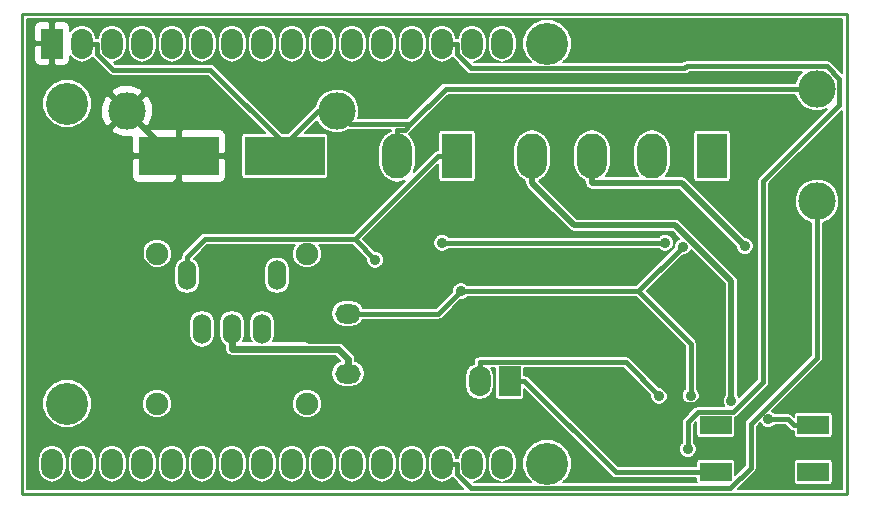
<source format=gtl>
G04 #@! TF.FileFunction,Copper,L1,Top,Signal*
%FSLAX46Y46*%
G04 Gerber Fmt 4.6, Leading zero omitted, Abs format (unit mm)*
G04 Created by KiCad (PCBNEW 4.1.0-alpha+201608211231+7083~46~ubuntu16.04.1-product) date Wed Aug 24 14:24:17 2016*
%MOMM*%
%LPD*%
G01*
G04 APERTURE LIST*
%ADD10C,0.100000*%
%ADD11C,0.228600*%
%ADD12O,2.159000X1.651000*%
%ADD13O,1.854200X2.540000*%
%ADD14R,1.854200X2.540000*%
%ADD15C,3.556000*%
%ADD16R,2.667000X1.590040*%
%ADD17R,2.540000X3.810000*%
%ADD18O,2.540000X3.810000*%
%ADD19C,3.175000*%
%ADD20O,1.524000X2.540000*%
%ADD21C,1.905000*%
%ADD22R,6.750000X3.300000*%
%ADD23C,0.889000*%
%ADD24C,0.406400*%
%ADD25C,0.508000*%
%ADD26C,0.609600*%
%ADD27C,0.203200*%
G04 APERTURE END LIST*
D10*
D11*
X143510000Y-79375000D02*
X73660000Y-79375000D01*
X143510000Y-120015000D02*
X143510000Y-79375000D01*
X73660000Y-120015000D02*
X143510000Y-120015000D01*
X73660000Y-79375000D02*
X73660000Y-120015000D01*
D12*
X101244400Y-104775000D03*
X101244400Y-109855000D03*
D13*
X78740000Y-81915000D03*
X81280000Y-81915000D03*
D14*
X76200000Y-81915000D03*
D13*
X83820000Y-81915000D03*
X86360000Y-81915000D03*
X88900000Y-81915000D03*
X91440000Y-81915000D03*
X93980000Y-81915000D03*
X96520000Y-81915000D03*
X99060000Y-81915000D03*
X101600000Y-81915000D03*
X104140000Y-81915000D03*
X106680000Y-81915000D03*
X109220000Y-81915000D03*
X111760000Y-81915000D03*
X114300000Y-81915000D03*
X114300000Y-117475000D03*
X111760000Y-117475000D03*
X109220000Y-117475000D03*
X106680000Y-117475000D03*
X104140000Y-117475000D03*
X101600000Y-117475000D03*
X99060000Y-117475000D03*
X96520000Y-117475000D03*
X93980000Y-117475000D03*
X91440000Y-117475000D03*
X88900000Y-117475000D03*
X86360000Y-117475000D03*
X83820000Y-117475000D03*
X81280000Y-117475000D03*
X78740000Y-117475000D03*
X76200000Y-117475000D03*
D15*
X77470000Y-86995000D03*
X77470000Y-112395000D03*
X118110000Y-117475000D03*
X118110000Y-81915000D03*
D13*
X112395000Y-110490000D03*
D14*
X114935000Y-110490000D03*
D16*
X132397500Y-118203980D03*
X140652500Y-118203980D03*
X132397500Y-114206020D03*
X140652500Y-114206020D03*
D17*
X132080000Y-91440000D03*
D18*
X127000000Y-91440000D03*
X121920000Y-91440000D03*
X116840000Y-91440000D03*
D17*
X110490000Y-91440000D03*
D18*
X105410000Y-91440000D03*
D19*
X82550000Y-87630000D03*
X100330000Y-87630000D03*
X140970000Y-95250000D03*
X140970000Y-85725000D03*
D20*
X88900000Y-106045000D03*
X91440000Y-106045000D03*
X93980000Y-106045000D03*
X87630000Y-101549200D03*
X95250000Y-101549200D03*
D21*
X85090000Y-99695000D03*
X97790000Y-99695000D03*
X97790000Y-112395000D03*
X85090000Y-112395000D03*
D22*
X86965000Y-91440000D03*
X95915000Y-91440000D03*
D23*
X127618000Y-111734200D03*
X136857000Y-113707200D03*
X132304300Y-111763000D03*
X126611300Y-113080400D03*
X132826200Y-102651900D03*
X130035400Y-116255500D03*
X129614600Y-99103200D03*
X110810000Y-102880000D03*
X130276200Y-111712600D03*
X103561500Y-100218100D03*
X134850200Y-99062100D03*
X133720600Y-112188700D03*
X109222800Y-98794900D03*
X128115400Y-98794900D03*
D24*
X95915000Y-91440000D02*
X95915000Y-90449900D01*
X112395000Y-110490000D02*
X112395000Y-108889800D01*
X78740000Y-81915000D02*
X79997300Y-81915000D01*
X79997300Y-82778900D02*
X79997300Y-81915000D01*
X81342800Y-84124400D02*
X79997300Y-82778900D01*
X89589500Y-84124400D02*
X81342800Y-84124400D01*
X95915000Y-90449900D02*
X89589500Y-84124400D01*
X98734900Y-87630000D02*
X95915000Y-90449900D01*
X100330000Y-87630000D02*
X98734900Y-87630000D01*
X106045000Y-89204800D02*
X106489500Y-88760300D01*
X105410000Y-89204800D02*
X106045000Y-89204800D01*
X109524800Y-85725000D02*
X140970000Y-85725000D01*
X106489500Y-88760300D02*
X109524800Y-85725000D01*
X101460300Y-88760300D02*
X100330000Y-87630000D01*
X106489500Y-88760300D02*
X101460300Y-88760300D01*
X105410000Y-91440000D02*
X105410000Y-89204800D01*
X124773600Y-108889800D02*
X127618000Y-111734200D01*
X112395000Y-108889800D02*
X124773600Y-108889800D01*
X140652500Y-114206000D02*
X138988800Y-114206000D01*
X138490000Y-113707200D02*
X136857000Y-113707200D01*
X138988800Y-114206000D02*
X138490000Y-113707200D01*
D25*
X86360000Y-91440000D02*
X82550000Y-87630000D01*
X86965000Y-91440000D02*
X86360000Y-91440000D01*
X86965000Y-91440000D02*
X86965000Y-93471000D01*
X127462700Y-113080400D02*
X128786400Y-111756700D01*
X126611300Y-113080400D02*
X127462700Y-113080400D01*
X83752600Y-96683400D02*
X86965000Y-93471000D01*
X83752600Y-100225400D02*
X83752600Y-96683400D01*
X87427200Y-103900000D02*
X83752600Y-100225400D01*
X94825200Y-103900000D02*
X87427200Y-103900000D01*
X97996100Y-107070900D02*
X94825200Y-103900000D01*
X124100500Y-107070900D02*
X97996100Y-107070900D01*
X128786400Y-111756700D02*
X124100500Y-107070900D01*
X129548500Y-112518900D02*
X128786400Y-111756700D01*
X130701000Y-112518900D02*
X129548500Y-112518900D01*
X131456900Y-111763000D02*
X130701000Y-112518900D01*
X132304300Y-111763000D02*
X131456900Y-111763000D01*
X132304300Y-103173800D02*
X132826200Y-102651900D01*
X132304300Y-111763000D02*
X132304300Y-103173800D01*
D26*
X100393500Y-107746800D02*
X101244400Y-108597700D01*
X91440000Y-107746800D02*
X100393500Y-107746800D01*
X91440000Y-106045000D02*
X91440000Y-107746800D01*
X101244400Y-109855000D02*
X101244400Y-108597700D01*
D24*
X109220000Y-81915000D02*
X110477300Y-81915000D01*
X110477300Y-82778900D02*
X110477300Y-81915000D01*
X111706000Y-84007600D02*
X110477300Y-82778900D01*
X129741500Y-84007600D02*
X111706000Y-84007600D01*
X129919500Y-83829600D02*
X129741500Y-84007600D01*
X141811800Y-83829600D02*
X129919500Y-83829600D01*
X142865900Y-84883700D02*
X141811800Y-83829600D01*
X142865900Y-87105900D02*
X142865900Y-84883700D01*
X136431200Y-93540600D02*
X142865900Y-87105900D01*
X136431200Y-110538300D02*
X136431200Y-93540600D01*
X133887400Y-113082100D02*
X136431200Y-110538300D01*
X130928700Y-113082100D02*
X133887400Y-113082100D01*
X130035400Y-113975400D02*
X130928700Y-113082100D01*
X130035400Y-116255500D02*
X130035400Y-113975400D01*
X108915000Y-104775000D02*
X110810000Y-102880000D01*
X101244400Y-104775000D02*
X108915000Y-104775000D01*
X130276200Y-107318400D02*
X130276200Y-111712600D01*
X125837800Y-102880000D02*
X130276200Y-107318400D01*
X110810000Y-102880000D02*
X125837800Y-102880000D01*
X125837800Y-102880000D02*
X129614600Y-99103200D01*
X110477300Y-118338900D02*
X110477300Y-117475000D01*
X111703500Y-119565100D02*
X110477300Y-118338900D01*
X133598900Y-119565100D02*
X111703500Y-119565100D01*
X135350800Y-117813200D02*
X133598900Y-119565100D01*
X135350800Y-114138100D02*
X135350800Y-117813200D01*
X140970000Y-108518900D02*
X135350800Y-114138100D01*
X140970000Y-95250000D02*
X140970000Y-108518900D01*
X109220000Y-117475000D02*
X110477300Y-117475000D01*
X114935000Y-110490000D02*
X116192300Y-110490000D01*
X123906300Y-118204000D02*
X116192300Y-110490000D01*
X132397500Y-118204000D02*
X123906300Y-118204000D01*
X87630000Y-101549200D02*
X87630000Y-99949000D01*
X110490000Y-91440000D02*
X108889800Y-91440000D01*
X101836600Y-98493200D02*
X108889800Y-91440000D01*
X101775600Y-98432200D02*
X101836600Y-98493200D01*
X89146800Y-98432200D02*
X101775600Y-98432200D01*
X87630000Y-99949000D02*
X89146800Y-98432200D01*
X101836600Y-98493200D02*
X103561500Y-100218100D01*
D25*
X121920000Y-91440000D02*
X121920000Y-93726000D01*
X129514100Y-93726000D02*
X134850200Y-99062100D01*
X121920000Y-93726000D02*
X129514100Y-93726000D01*
X116840000Y-91440000D02*
X116840000Y-93726000D01*
X120418100Y-97304100D02*
X116840000Y-93726000D01*
X128979800Y-97304100D02*
X120418100Y-97304100D01*
X133720600Y-102044900D02*
X128979800Y-97304100D01*
X133720600Y-112188700D02*
X133720600Y-102044900D01*
D24*
X109222800Y-98794900D02*
X128115400Y-98794900D01*
D27*
G36*
X143090900Y-84390279D02*
X142171010Y-83470390D01*
X142006203Y-83360269D01*
X141811800Y-83321600D01*
X129919500Y-83321600D01*
X129725097Y-83360269D01*
X129560290Y-83470390D01*
X129531080Y-83499600D01*
X119470729Y-83499600D01*
X119874682Y-83096352D01*
X120192437Y-82331112D01*
X120193160Y-81502523D01*
X119876741Y-80736730D01*
X119291352Y-80150318D01*
X118526112Y-79832563D01*
X117697523Y-79831840D01*
X116931730Y-80148259D01*
X116345318Y-80733648D01*
X116027563Y-81498888D01*
X116026840Y-82327477D01*
X116343259Y-83093270D01*
X116748880Y-83499600D01*
X114405835Y-83499600D01*
X114771428Y-83426879D01*
X115171085Y-83159837D01*
X115438127Y-82760180D01*
X115531900Y-82288752D01*
X115531900Y-81541248D01*
X115438127Y-81069820D01*
X115171085Y-80670163D01*
X114771428Y-80403121D01*
X114300000Y-80309348D01*
X113828572Y-80403121D01*
X113428915Y-80670163D01*
X113161873Y-81069820D01*
X113068100Y-81541248D01*
X113068100Y-82288752D01*
X113161873Y-82760180D01*
X113428915Y-83159837D01*
X113828572Y-83426879D01*
X114194165Y-83499600D01*
X111916420Y-83499600D01*
X111908027Y-83491207D01*
X112231428Y-83426879D01*
X112631085Y-83159837D01*
X112898127Y-82760180D01*
X112991900Y-82288752D01*
X112991900Y-81541248D01*
X112898127Y-81069820D01*
X112631085Y-80670163D01*
X112231428Y-80403121D01*
X111760000Y-80309348D01*
X111288572Y-80403121D01*
X110888915Y-80670163D01*
X110621873Y-81069820D01*
X110551854Y-81421830D01*
X110477300Y-81407000D01*
X110425196Y-81407000D01*
X110358127Y-81069820D01*
X110091085Y-80670163D01*
X109691428Y-80403121D01*
X109220000Y-80309348D01*
X108748572Y-80403121D01*
X108348915Y-80670163D01*
X108081873Y-81069820D01*
X107988100Y-81541248D01*
X107988100Y-82288752D01*
X108081873Y-82760180D01*
X108348915Y-83159837D01*
X108748572Y-83426879D01*
X109220000Y-83520652D01*
X109691428Y-83426879D01*
X110091085Y-83159837D01*
X110111846Y-83128766D01*
X110118090Y-83138110D01*
X111346790Y-84366810D01*
X111511596Y-84476931D01*
X111706000Y-84515600D01*
X129741500Y-84515600D01*
X129935903Y-84476931D01*
X130100710Y-84366810D01*
X130129920Y-84337600D01*
X139681370Y-84337600D01*
X139366722Y-84651699D01*
X139131989Y-85217000D01*
X109524800Y-85217000D01*
X109362650Y-85249254D01*
X109330396Y-85255669D01*
X109165589Y-85365790D01*
X106279080Y-88252300D01*
X102120550Y-88252300D01*
X102221970Y-88008053D01*
X102222627Y-87255250D01*
X101935149Y-86559499D01*
X101403301Y-86026722D01*
X100708053Y-85738030D01*
X99955250Y-85737373D01*
X99259499Y-86024851D01*
X98726722Y-86556699D01*
X98451139Y-87220376D01*
X98375690Y-87270790D01*
X96167251Y-89479229D01*
X95662749Y-89479229D01*
X89948710Y-83765190D01*
X89783903Y-83655069D01*
X89589500Y-83616400D01*
X81553220Y-83616400D01*
X81428027Y-83491207D01*
X81751428Y-83426879D01*
X82151085Y-83159837D01*
X82418127Y-82760180D01*
X82511900Y-82288752D01*
X82511900Y-81541248D01*
X82588100Y-81541248D01*
X82588100Y-82288752D01*
X82681873Y-82760180D01*
X82948915Y-83159837D01*
X83348572Y-83426879D01*
X83820000Y-83520652D01*
X84291428Y-83426879D01*
X84691085Y-83159837D01*
X84958127Y-82760180D01*
X85051900Y-82288752D01*
X85051900Y-81541248D01*
X85128100Y-81541248D01*
X85128100Y-82288752D01*
X85221873Y-82760180D01*
X85488915Y-83159837D01*
X85888572Y-83426879D01*
X86360000Y-83520652D01*
X86831428Y-83426879D01*
X87231085Y-83159837D01*
X87498127Y-82760180D01*
X87591900Y-82288752D01*
X87591900Y-81541248D01*
X87668100Y-81541248D01*
X87668100Y-82288752D01*
X87761873Y-82760180D01*
X88028915Y-83159837D01*
X88428572Y-83426879D01*
X88900000Y-83520652D01*
X89371428Y-83426879D01*
X89771085Y-83159837D01*
X90038127Y-82760180D01*
X90131900Y-82288752D01*
X90131900Y-81541248D01*
X90208100Y-81541248D01*
X90208100Y-82288752D01*
X90301873Y-82760180D01*
X90568915Y-83159837D01*
X90968572Y-83426879D01*
X91440000Y-83520652D01*
X91911428Y-83426879D01*
X92311085Y-83159837D01*
X92578127Y-82760180D01*
X92671900Y-82288752D01*
X92671900Y-81541248D01*
X92748100Y-81541248D01*
X92748100Y-82288752D01*
X92841873Y-82760180D01*
X93108915Y-83159837D01*
X93508572Y-83426879D01*
X93980000Y-83520652D01*
X94451428Y-83426879D01*
X94851085Y-83159837D01*
X95118127Y-82760180D01*
X95211900Y-82288752D01*
X95211900Y-81541248D01*
X95288100Y-81541248D01*
X95288100Y-82288752D01*
X95381873Y-82760180D01*
X95648915Y-83159837D01*
X96048572Y-83426879D01*
X96520000Y-83520652D01*
X96991428Y-83426879D01*
X97391085Y-83159837D01*
X97658127Y-82760180D01*
X97751900Y-82288752D01*
X97751900Y-81541248D01*
X97828100Y-81541248D01*
X97828100Y-82288752D01*
X97921873Y-82760180D01*
X98188915Y-83159837D01*
X98588572Y-83426879D01*
X99060000Y-83520652D01*
X99531428Y-83426879D01*
X99931085Y-83159837D01*
X100198127Y-82760180D01*
X100291900Y-82288752D01*
X100291900Y-81541248D01*
X100368100Y-81541248D01*
X100368100Y-82288752D01*
X100461873Y-82760180D01*
X100728915Y-83159837D01*
X101128572Y-83426879D01*
X101600000Y-83520652D01*
X102071428Y-83426879D01*
X102471085Y-83159837D01*
X102738127Y-82760180D01*
X102831900Y-82288752D01*
X102831900Y-81541248D01*
X102908100Y-81541248D01*
X102908100Y-82288752D01*
X103001873Y-82760180D01*
X103268915Y-83159837D01*
X103668572Y-83426879D01*
X104140000Y-83520652D01*
X104611428Y-83426879D01*
X105011085Y-83159837D01*
X105278127Y-82760180D01*
X105371900Y-82288752D01*
X105371900Y-81541248D01*
X105448100Y-81541248D01*
X105448100Y-82288752D01*
X105541873Y-82760180D01*
X105808915Y-83159837D01*
X106208572Y-83426879D01*
X106680000Y-83520652D01*
X107151428Y-83426879D01*
X107551085Y-83159837D01*
X107818127Y-82760180D01*
X107911900Y-82288752D01*
X107911900Y-81541248D01*
X107818127Y-81069820D01*
X107551085Y-80670163D01*
X107151428Y-80403121D01*
X106680000Y-80309348D01*
X106208572Y-80403121D01*
X105808915Y-80670163D01*
X105541873Y-81069820D01*
X105448100Y-81541248D01*
X105371900Y-81541248D01*
X105278127Y-81069820D01*
X105011085Y-80670163D01*
X104611428Y-80403121D01*
X104140000Y-80309348D01*
X103668572Y-80403121D01*
X103268915Y-80670163D01*
X103001873Y-81069820D01*
X102908100Y-81541248D01*
X102831900Y-81541248D01*
X102738127Y-81069820D01*
X102471085Y-80670163D01*
X102071428Y-80403121D01*
X101600000Y-80309348D01*
X101128572Y-80403121D01*
X100728915Y-80670163D01*
X100461873Y-81069820D01*
X100368100Y-81541248D01*
X100291900Y-81541248D01*
X100198127Y-81069820D01*
X99931085Y-80670163D01*
X99531428Y-80403121D01*
X99060000Y-80309348D01*
X98588572Y-80403121D01*
X98188915Y-80670163D01*
X97921873Y-81069820D01*
X97828100Y-81541248D01*
X97751900Y-81541248D01*
X97658127Y-81069820D01*
X97391085Y-80670163D01*
X96991428Y-80403121D01*
X96520000Y-80309348D01*
X96048572Y-80403121D01*
X95648915Y-80670163D01*
X95381873Y-81069820D01*
X95288100Y-81541248D01*
X95211900Y-81541248D01*
X95118127Y-81069820D01*
X94851085Y-80670163D01*
X94451428Y-80403121D01*
X93980000Y-80309348D01*
X93508572Y-80403121D01*
X93108915Y-80670163D01*
X92841873Y-81069820D01*
X92748100Y-81541248D01*
X92671900Y-81541248D01*
X92578127Y-81069820D01*
X92311085Y-80670163D01*
X91911428Y-80403121D01*
X91440000Y-80309348D01*
X90968572Y-80403121D01*
X90568915Y-80670163D01*
X90301873Y-81069820D01*
X90208100Y-81541248D01*
X90131900Y-81541248D01*
X90038127Y-81069820D01*
X89771085Y-80670163D01*
X89371428Y-80403121D01*
X88900000Y-80309348D01*
X88428572Y-80403121D01*
X88028915Y-80670163D01*
X87761873Y-81069820D01*
X87668100Y-81541248D01*
X87591900Y-81541248D01*
X87498127Y-81069820D01*
X87231085Y-80670163D01*
X86831428Y-80403121D01*
X86360000Y-80309348D01*
X85888572Y-80403121D01*
X85488915Y-80670163D01*
X85221873Y-81069820D01*
X85128100Y-81541248D01*
X85051900Y-81541248D01*
X84958127Y-81069820D01*
X84691085Y-80670163D01*
X84291428Y-80403121D01*
X83820000Y-80309348D01*
X83348572Y-80403121D01*
X82948915Y-80670163D01*
X82681873Y-81069820D01*
X82588100Y-81541248D01*
X82511900Y-81541248D01*
X82418127Y-81069820D01*
X82151085Y-80670163D01*
X81751428Y-80403121D01*
X81280000Y-80309348D01*
X80808572Y-80403121D01*
X80408915Y-80670163D01*
X80141873Y-81069820D01*
X80071854Y-81421830D01*
X79997300Y-81407000D01*
X79945196Y-81407000D01*
X79878127Y-81069820D01*
X79611085Y-80670163D01*
X79211428Y-80403121D01*
X78740000Y-80309348D01*
X78268572Y-80403121D01*
X77868915Y-80670163D01*
X77736700Y-80868037D01*
X77736700Y-80523743D01*
X77643894Y-80299689D01*
X77472411Y-80128206D01*
X77248357Y-80035400D01*
X76504800Y-80035400D01*
X76352400Y-80187800D01*
X76352400Y-81762600D01*
X76372400Y-81762600D01*
X76372400Y-82067400D01*
X76352400Y-82067400D01*
X76352400Y-83642200D01*
X76504800Y-83794600D01*
X77248357Y-83794600D01*
X77472411Y-83701794D01*
X77643894Y-83530311D01*
X77736700Y-83306257D01*
X77736700Y-82961963D01*
X77868915Y-83159837D01*
X78268572Y-83426879D01*
X78740000Y-83520652D01*
X79211428Y-83426879D01*
X79611085Y-83159837D01*
X79631846Y-83128766D01*
X79638090Y-83138110D01*
X80983590Y-84483610D01*
X81148396Y-84593731D01*
X81180650Y-84600146D01*
X81342800Y-84632400D01*
X89379080Y-84632400D01*
X94225909Y-89479229D01*
X92540000Y-89479229D01*
X92421073Y-89502885D01*
X92320252Y-89570252D01*
X92252885Y-89671073D01*
X92229229Y-89790000D01*
X92229229Y-93090000D01*
X92252885Y-93208927D01*
X92320252Y-93309748D01*
X92421073Y-93377115D01*
X92540000Y-93400771D01*
X99290000Y-93400771D01*
X99408927Y-93377115D01*
X99509748Y-93309748D01*
X99577115Y-93208927D01*
X99600771Y-93090000D01*
X99600771Y-89790000D01*
X99577115Y-89671073D01*
X99509748Y-89570252D01*
X99408927Y-89502885D01*
X99290000Y-89479229D01*
X97604091Y-89479229D01*
X98624847Y-88458473D01*
X98724851Y-88700501D01*
X99256699Y-89233278D01*
X99951947Y-89521970D01*
X100704750Y-89522627D01*
X101365774Y-89249498D01*
X101460300Y-89268300D01*
X104902000Y-89268300D01*
X104902000Y-89287955D01*
X104807350Y-89306782D01*
X104296448Y-89648155D01*
X103955075Y-90159057D01*
X103835200Y-90761707D01*
X103835200Y-92118293D01*
X103955075Y-92720943D01*
X104296448Y-93231845D01*
X104807350Y-93573218D01*
X105410000Y-93693093D01*
X106012650Y-93573218D01*
X106089534Y-93521846D01*
X101687180Y-97924200D01*
X89146800Y-97924200D01*
X88952396Y-97962869D01*
X88787590Y-98072990D01*
X87270790Y-99589790D01*
X87160669Y-99754597D01*
X87122000Y-99949000D01*
X87122000Y-100091406D01*
X86875658Y-100256006D01*
X86644405Y-100602101D01*
X86563200Y-101010348D01*
X86563200Y-102088052D01*
X86644405Y-102496299D01*
X86875658Y-102842394D01*
X87221753Y-103073647D01*
X87630000Y-103154852D01*
X88038247Y-103073647D01*
X88384342Y-102842394D01*
X88615595Y-102496299D01*
X88696800Y-102088052D01*
X88696800Y-101010348D01*
X94183200Y-101010348D01*
X94183200Y-102088052D01*
X94264405Y-102496299D01*
X94495658Y-102842394D01*
X94841753Y-103073647D01*
X95250000Y-103154852D01*
X95658247Y-103073647D01*
X96004342Y-102842394D01*
X96235595Y-102496299D01*
X96316800Y-102088052D01*
X96316800Y-101010348D01*
X96235595Y-100602101D01*
X96004342Y-100256006D01*
X95658247Y-100024753D01*
X95250000Y-99943548D01*
X94841753Y-100024753D01*
X94495658Y-100256006D01*
X94264405Y-100602101D01*
X94183200Y-101010348D01*
X88696800Y-101010348D01*
X88615595Y-100602101D01*
X88384342Y-100256006D01*
X88178772Y-100118648D01*
X89357220Y-98940200D01*
X96766474Y-98940200D01*
X96724734Y-98981867D01*
X96532919Y-99443810D01*
X96532482Y-99943995D01*
X96723491Y-100406273D01*
X97076867Y-100760266D01*
X97538810Y-100952081D01*
X98038995Y-100952518D01*
X98501273Y-100761509D01*
X98855266Y-100408133D01*
X99047081Y-99946190D01*
X99047518Y-99446005D01*
X98856509Y-98983727D01*
X98813058Y-98940200D01*
X101565180Y-98940200D01*
X102812226Y-100187246D01*
X102812070Y-100366491D01*
X102925904Y-100641990D01*
X103136501Y-100852956D01*
X103411801Y-100967270D01*
X103709891Y-100967530D01*
X103985390Y-100853696D01*
X104196356Y-100643099D01*
X104310670Y-100367799D01*
X104310930Y-100069709D01*
X104197096Y-99794210D01*
X103986499Y-99583244D01*
X103711199Y-99468930D01*
X103530592Y-99468772D01*
X103005111Y-98943291D01*
X108473370Y-98943291D01*
X108587204Y-99218790D01*
X108797801Y-99429756D01*
X109073101Y-99544070D01*
X109371191Y-99544330D01*
X109646690Y-99430496D01*
X109774510Y-99302900D01*
X127563767Y-99302900D01*
X127690401Y-99429756D01*
X127965701Y-99544070D01*
X128263791Y-99544330D01*
X128539290Y-99430496D01*
X128750256Y-99219899D01*
X128864570Y-98944599D01*
X128864830Y-98646509D01*
X128750996Y-98371010D01*
X128540399Y-98160044D01*
X128265099Y-98045730D01*
X127967009Y-98045470D01*
X127691510Y-98159304D01*
X127563690Y-98286900D01*
X109774433Y-98286900D01*
X109647799Y-98160044D01*
X109372499Y-98045730D01*
X109074409Y-98045470D01*
X108798910Y-98159304D01*
X108587944Y-98369901D01*
X108473630Y-98645201D01*
X108473370Y-98943291D01*
X103005111Y-98943291D01*
X102555020Y-98493200D01*
X108909229Y-92138991D01*
X108909229Y-93345000D01*
X108932885Y-93463927D01*
X109000252Y-93564748D01*
X109101073Y-93632115D01*
X109220000Y-93655771D01*
X111760000Y-93655771D01*
X111878927Y-93632115D01*
X111979748Y-93564748D01*
X112047115Y-93463927D01*
X112070771Y-93345000D01*
X112070771Y-89535000D01*
X112047115Y-89416073D01*
X111979748Y-89315252D01*
X111878927Y-89247885D01*
X111760000Y-89224229D01*
X109220000Y-89224229D01*
X109101073Y-89247885D01*
X109000252Y-89315252D01*
X108932885Y-89416073D01*
X108909229Y-89535000D01*
X108909229Y-90932000D01*
X108889800Y-90932000D01*
X108695396Y-90970669D01*
X108530590Y-91080790D01*
X106813553Y-92797827D01*
X106864925Y-92720943D01*
X106984800Y-92118293D01*
X106984800Y-90761707D01*
X106864925Y-90159057D01*
X106523552Y-89648155D01*
X106400915Y-89566212D01*
X106404210Y-89564010D01*
X106848710Y-89119510D01*
X109735221Y-86233000D01*
X139132431Y-86233000D01*
X139364851Y-86795501D01*
X139896699Y-87328278D01*
X140591947Y-87616970D01*
X141344750Y-87617627D01*
X141840657Y-87412723D01*
X136071990Y-93181390D01*
X135961869Y-93346197D01*
X135923200Y-93540600D01*
X135923200Y-110327879D01*
X134394227Y-111856852D01*
X134356196Y-111764810D01*
X134279400Y-111687879D01*
X134279400Y-102044900D01*
X134252251Y-101908410D01*
X134236865Y-101831057D01*
X134115732Y-101649769D01*
X129374931Y-96908969D01*
X129291584Y-96853278D01*
X129193644Y-96787836D01*
X128979800Y-96745300D01*
X120649563Y-96745300D01*
X117463529Y-93559267D01*
X117953552Y-93231845D01*
X118294925Y-92720943D01*
X118414800Y-92118293D01*
X118414800Y-90761707D01*
X120345200Y-90761707D01*
X120345200Y-92118293D01*
X120465075Y-92720943D01*
X120806448Y-93231845D01*
X121317350Y-93573218D01*
X121361200Y-93581940D01*
X121361200Y-93726000D01*
X121403736Y-93939844D01*
X121524869Y-94121131D01*
X121706156Y-94242264D01*
X121920000Y-94284800D01*
X129282638Y-94284800D01*
X134100864Y-99103026D01*
X134100770Y-99210491D01*
X134214604Y-99485990D01*
X134425201Y-99696956D01*
X134700501Y-99811270D01*
X134998591Y-99811530D01*
X135274090Y-99697696D01*
X135485056Y-99487099D01*
X135599370Y-99211799D01*
X135599630Y-98913709D01*
X135485796Y-98638210D01*
X135275199Y-98427244D01*
X134999899Y-98312930D01*
X134891197Y-98312835D01*
X129909231Y-93330869D01*
X129877621Y-93309748D01*
X129727944Y-93209736D01*
X129514100Y-93167200D01*
X128156746Y-93167200D01*
X128454925Y-92720943D01*
X128574800Y-92118293D01*
X128574800Y-90761707D01*
X128454925Y-90159057D01*
X128113552Y-89648155D01*
X127944204Y-89535000D01*
X130499229Y-89535000D01*
X130499229Y-93345000D01*
X130522885Y-93463927D01*
X130590252Y-93564748D01*
X130691073Y-93632115D01*
X130810000Y-93655771D01*
X133350000Y-93655771D01*
X133468927Y-93632115D01*
X133569748Y-93564748D01*
X133637115Y-93463927D01*
X133660771Y-93345000D01*
X133660771Y-89535000D01*
X133637115Y-89416073D01*
X133569748Y-89315252D01*
X133468927Y-89247885D01*
X133350000Y-89224229D01*
X130810000Y-89224229D01*
X130691073Y-89247885D01*
X130590252Y-89315252D01*
X130522885Y-89416073D01*
X130499229Y-89535000D01*
X127944204Y-89535000D01*
X127602650Y-89306782D01*
X127000000Y-89186907D01*
X126397350Y-89306782D01*
X125886448Y-89648155D01*
X125545075Y-90159057D01*
X125425200Y-90761707D01*
X125425200Y-92118293D01*
X125545075Y-92720943D01*
X125843254Y-93167200D01*
X123076746Y-93167200D01*
X123374925Y-92720943D01*
X123494800Y-92118293D01*
X123494800Y-90761707D01*
X123374925Y-90159057D01*
X123033552Y-89648155D01*
X122522650Y-89306782D01*
X121920000Y-89186907D01*
X121317350Y-89306782D01*
X120806448Y-89648155D01*
X120465075Y-90159057D01*
X120345200Y-90761707D01*
X118414800Y-90761707D01*
X118294925Y-90159057D01*
X117953552Y-89648155D01*
X117442650Y-89306782D01*
X116840000Y-89186907D01*
X116237350Y-89306782D01*
X115726448Y-89648155D01*
X115385075Y-90159057D01*
X115265200Y-90761707D01*
X115265200Y-92118293D01*
X115385075Y-92720943D01*
X115726448Y-93231845D01*
X116237350Y-93573218D01*
X116281200Y-93581940D01*
X116281200Y-93726000D01*
X116323736Y-93939844D01*
X116370567Y-94009931D01*
X116444869Y-94121131D01*
X120022969Y-97699232D01*
X120204257Y-97820365D01*
X120418100Y-97862900D01*
X128748338Y-97862900D01*
X129305579Y-98420141D01*
X129190710Y-98467604D01*
X128979744Y-98678201D01*
X128865430Y-98953501D01*
X128865272Y-99134108D01*
X125627380Y-102372000D01*
X111361633Y-102372000D01*
X111234999Y-102245144D01*
X110959699Y-102130830D01*
X110661609Y-102130570D01*
X110386110Y-102244404D01*
X110175144Y-102455001D01*
X110060830Y-102730301D01*
X110060672Y-102910908D01*
X108704580Y-104267000D01*
X102519365Y-104267000D01*
X102324763Y-103975757D01*
X101958067Y-103730739D01*
X101525520Y-103644700D01*
X100963280Y-103644700D01*
X100530733Y-103730739D01*
X100164037Y-103975757D01*
X99919019Y-104342453D01*
X99832980Y-104775000D01*
X99919019Y-105207547D01*
X100164037Y-105574243D01*
X100530733Y-105819261D01*
X100963280Y-105905300D01*
X101525520Y-105905300D01*
X101958067Y-105819261D01*
X102324763Y-105574243D01*
X102519365Y-105283000D01*
X108915000Y-105283000D01*
X109109403Y-105244331D01*
X109274210Y-105134210D01*
X110779146Y-103629274D01*
X110958391Y-103629430D01*
X111233890Y-103515596D01*
X111361710Y-103388000D01*
X125627380Y-103388000D01*
X129768200Y-107528821D01*
X129768200Y-111160967D01*
X129641344Y-111287601D01*
X129527030Y-111562901D01*
X129526770Y-111860991D01*
X129640604Y-112136490D01*
X129851201Y-112347456D01*
X130126501Y-112461770D01*
X130424591Y-112462030D01*
X130700090Y-112348196D01*
X130911056Y-112137599D01*
X131025370Y-111862299D01*
X131025630Y-111564209D01*
X130911796Y-111288710D01*
X130784200Y-111160890D01*
X130784200Y-107318400D01*
X130745531Y-107123997D01*
X130708990Y-107069310D01*
X130635410Y-106959189D01*
X126556220Y-102880000D01*
X129583746Y-99852474D01*
X129762991Y-99852630D01*
X130038490Y-99738796D01*
X130249456Y-99528199D01*
X130297627Y-99412189D01*
X133161800Y-102276363D01*
X133161800Y-111687778D01*
X133085744Y-111763701D01*
X132971430Y-112039001D01*
X132971170Y-112337091D01*
X133069100Y-112574100D01*
X130928700Y-112574100D01*
X130734297Y-112612769D01*
X130569490Y-112722890D01*
X129676190Y-113616190D01*
X129566069Y-113780997D01*
X129527400Y-113975400D01*
X129527400Y-115703867D01*
X129400544Y-115830501D01*
X129286230Y-116105801D01*
X129285970Y-116403891D01*
X129399804Y-116679390D01*
X129610401Y-116890356D01*
X129885701Y-117004670D01*
X130183791Y-117004930D01*
X130459290Y-116891096D01*
X130670256Y-116680499D01*
X130784570Y-116405199D01*
X130784830Y-116107109D01*
X130670996Y-115831610D01*
X130543400Y-115703790D01*
X130543400Y-114185820D01*
X130753229Y-113975991D01*
X130753229Y-115001040D01*
X130776885Y-115119967D01*
X130844252Y-115220788D01*
X130945073Y-115288155D01*
X131064000Y-115311811D01*
X133731000Y-115311811D01*
X133849927Y-115288155D01*
X133950748Y-115220788D01*
X134018115Y-115119967D01*
X134041771Y-115001040D01*
X134041771Y-113559394D01*
X134081803Y-113551431D01*
X134246610Y-113441310D01*
X136790410Y-110897511D01*
X136900530Y-110732704D01*
X136900531Y-110732703D01*
X136939200Y-110538300D01*
X136939200Y-93751020D01*
X143090900Y-87599320D01*
X143090900Y-119595900D01*
X134286520Y-119595900D01*
X135710010Y-118172410D01*
X135820131Y-118007603D01*
X135858800Y-117813200D01*
X135858800Y-117408960D01*
X139008229Y-117408960D01*
X139008229Y-118999000D01*
X139031885Y-119117927D01*
X139099252Y-119218748D01*
X139200073Y-119286115D01*
X139319000Y-119309771D01*
X141986000Y-119309771D01*
X142104927Y-119286115D01*
X142205748Y-119218748D01*
X142273115Y-119117927D01*
X142296771Y-118999000D01*
X142296771Y-117408960D01*
X142273115Y-117290033D01*
X142205748Y-117189212D01*
X142104927Y-117121845D01*
X141986000Y-117098189D01*
X139319000Y-117098189D01*
X139200073Y-117121845D01*
X139099252Y-117189212D01*
X139031885Y-117290033D01*
X139008229Y-117408960D01*
X135858800Y-117408960D01*
X135858800Y-114348520D01*
X136178958Y-114028362D01*
X136221404Y-114131090D01*
X136432001Y-114342056D01*
X136707301Y-114456370D01*
X137005391Y-114456630D01*
X137280890Y-114342796D01*
X137408710Y-114215200D01*
X138279580Y-114215200D01*
X138629590Y-114565210D01*
X138794397Y-114675331D01*
X138988800Y-114714000D01*
X139008229Y-114714000D01*
X139008229Y-115001040D01*
X139031885Y-115119967D01*
X139099252Y-115220788D01*
X139200073Y-115288155D01*
X139319000Y-115311811D01*
X141986000Y-115311811D01*
X142104927Y-115288155D01*
X142205748Y-115220788D01*
X142273115Y-115119967D01*
X142296771Y-115001040D01*
X142296771Y-113411000D01*
X142273115Y-113292073D01*
X142205748Y-113191252D01*
X142104927Y-113123885D01*
X141986000Y-113100229D01*
X139319000Y-113100229D01*
X139200073Y-113123885D01*
X139099252Y-113191252D01*
X139031885Y-113292073D01*
X139008229Y-113411000D01*
X139008229Y-113507009D01*
X138849210Y-113347990D01*
X138684403Y-113237869D01*
X138490000Y-113199200D01*
X137408633Y-113199200D01*
X137281999Y-113072344D01*
X137178113Y-113029207D01*
X141329210Y-108878110D01*
X141439331Y-108713303D01*
X141478000Y-108518900D01*
X141478000Y-97087569D01*
X142040501Y-96855149D01*
X142573278Y-96323301D01*
X142861970Y-95628053D01*
X142862627Y-94875250D01*
X142575149Y-94179499D01*
X142043301Y-93646722D01*
X141348053Y-93358030D01*
X140595250Y-93357373D01*
X139899499Y-93644851D01*
X139366722Y-94176699D01*
X139078030Y-94871947D01*
X139077373Y-95624750D01*
X139364851Y-96320501D01*
X139896699Y-96853278D01*
X140462000Y-97088011D01*
X140462000Y-108308480D01*
X134991590Y-113778890D01*
X134881469Y-113943697D01*
X134842800Y-114138100D01*
X134842800Y-117602780D01*
X134041771Y-118403809D01*
X134041771Y-117408960D01*
X134018115Y-117290033D01*
X133950748Y-117189212D01*
X133849927Y-117121845D01*
X133731000Y-117098189D01*
X131064000Y-117098189D01*
X130945073Y-117121845D01*
X130844252Y-117189212D01*
X130776885Y-117290033D01*
X130753229Y-117408960D01*
X130753229Y-117696000D01*
X124116721Y-117696000D01*
X116551510Y-110130790D01*
X116386703Y-110020669D01*
X116192300Y-109982000D01*
X116172871Y-109982000D01*
X116172871Y-109397800D01*
X124563180Y-109397800D01*
X126868726Y-111703346D01*
X126868570Y-111882591D01*
X126982404Y-112158090D01*
X127193001Y-112369056D01*
X127468301Y-112483370D01*
X127766391Y-112483630D01*
X128041890Y-112369796D01*
X128252856Y-112159199D01*
X128367170Y-111883899D01*
X128367430Y-111585809D01*
X128253596Y-111310310D01*
X128042999Y-111099344D01*
X127767699Y-110985030D01*
X127587092Y-110984872D01*
X125132810Y-108530590D01*
X124968003Y-108420469D01*
X124773600Y-108381800D01*
X112395000Y-108381800D01*
X112200597Y-108420469D01*
X112035790Y-108530590D01*
X111925669Y-108695397D01*
X111887000Y-108889800D01*
X111887000Y-109002558D01*
X111523915Y-109245163D01*
X111256873Y-109644820D01*
X111163100Y-110116248D01*
X111163100Y-110863752D01*
X111256873Y-111335180D01*
X111523915Y-111734837D01*
X111923572Y-112001879D01*
X112395000Y-112095652D01*
X112866428Y-112001879D01*
X113266085Y-111734837D01*
X113533127Y-111335180D01*
X113626900Y-110863752D01*
X113626900Y-110116248D01*
X113533127Y-109644820D01*
X113368074Y-109397800D01*
X113697129Y-109397800D01*
X113697129Y-111760000D01*
X113720785Y-111878927D01*
X113788152Y-111979748D01*
X113888973Y-112047115D01*
X114007900Y-112070771D01*
X115862100Y-112070771D01*
X115981027Y-112047115D01*
X116081848Y-111979748D01*
X116149215Y-111878927D01*
X116172871Y-111760000D01*
X116172871Y-111188991D01*
X123547089Y-118563210D01*
X123711896Y-118673331D01*
X123744150Y-118679746D01*
X123906300Y-118712000D01*
X130753229Y-118712000D01*
X130753229Y-118999000D01*
X130764786Y-119057100D01*
X119473234Y-119057100D01*
X119874682Y-118656352D01*
X120192437Y-117891112D01*
X120193160Y-117062523D01*
X119876741Y-116296730D01*
X119291352Y-115710318D01*
X118526112Y-115392563D01*
X117697523Y-115391840D01*
X116931730Y-115708259D01*
X116345318Y-116293648D01*
X116027563Y-117058888D01*
X116026840Y-117887477D01*
X116343259Y-118653270D01*
X116746385Y-119057100D01*
X114418404Y-119057100D01*
X114771428Y-118986879D01*
X115171085Y-118719837D01*
X115438127Y-118320180D01*
X115531900Y-117848752D01*
X115531900Y-117101248D01*
X115438127Y-116629820D01*
X115171085Y-116230163D01*
X114771428Y-115963121D01*
X114300000Y-115869348D01*
X113828572Y-115963121D01*
X113428915Y-116230163D01*
X113161873Y-116629820D01*
X113068100Y-117101248D01*
X113068100Y-117848752D01*
X113161873Y-118320180D01*
X113428915Y-118719837D01*
X113828572Y-118986879D01*
X114181596Y-119057100D01*
X111913920Y-119057100D01*
X111908027Y-119051207D01*
X112231428Y-118986879D01*
X112631085Y-118719837D01*
X112898127Y-118320180D01*
X112991900Y-117848752D01*
X112991900Y-117101248D01*
X112898127Y-116629820D01*
X112631085Y-116230163D01*
X112231428Y-115963121D01*
X111760000Y-115869348D01*
X111288572Y-115963121D01*
X110888915Y-116230163D01*
X110621873Y-116629820D01*
X110551854Y-116981830D01*
X110477300Y-116967000D01*
X110425196Y-116967000D01*
X110358127Y-116629820D01*
X110091085Y-116230163D01*
X109691428Y-115963121D01*
X109220000Y-115869348D01*
X108748572Y-115963121D01*
X108348915Y-116230163D01*
X108081873Y-116629820D01*
X107988100Y-117101248D01*
X107988100Y-117848752D01*
X108081873Y-118320180D01*
X108348915Y-118719837D01*
X108748572Y-118986879D01*
X109220000Y-119080652D01*
X109691428Y-118986879D01*
X110091085Y-118719837D01*
X110111846Y-118688766D01*
X110118090Y-118698110D01*
X111015880Y-119595900D01*
X74079100Y-119595900D01*
X74079100Y-117101248D01*
X74968100Y-117101248D01*
X74968100Y-117848752D01*
X75061873Y-118320180D01*
X75328915Y-118719837D01*
X75728572Y-118986879D01*
X76200000Y-119080652D01*
X76671428Y-118986879D01*
X77071085Y-118719837D01*
X77338127Y-118320180D01*
X77431900Y-117848752D01*
X77431900Y-117101248D01*
X77508100Y-117101248D01*
X77508100Y-117848752D01*
X77601873Y-118320180D01*
X77868915Y-118719837D01*
X78268572Y-118986879D01*
X78740000Y-119080652D01*
X79211428Y-118986879D01*
X79611085Y-118719837D01*
X79878127Y-118320180D01*
X79971900Y-117848752D01*
X79971900Y-117101248D01*
X80048100Y-117101248D01*
X80048100Y-117848752D01*
X80141873Y-118320180D01*
X80408915Y-118719837D01*
X80808572Y-118986879D01*
X81280000Y-119080652D01*
X81751428Y-118986879D01*
X82151085Y-118719837D01*
X82418127Y-118320180D01*
X82511900Y-117848752D01*
X82511900Y-117101248D01*
X82588100Y-117101248D01*
X82588100Y-117848752D01*
X82681873Y-118320180D01*
X82948915Y-118719837D01*
X83348572Y-118986879D01*
X83820000Y-119080652D01*
X84291428Y-118986879D01*
X84691085Y-118719837D01*
X84958127Y-118320180D01*
X85051900Y-117848752D01*
X85051900Y-117101248D01*
X85128100Y-117101248D01*
X85128100Y-117848752D01*
X85221873Y-118320180D01*
X85488915Y-118719837D01*
X85888572Y-118986879D01*
X86360000Y-119080652D01*
X86831428Y-118986879D01*
X87231085Y-118719837D01*
X87498127Y-118320180D01*
X87591900Y-117848752D01*
X87591900Y-117101248D01*
X87668100Y-117101248D01*
X87668100Y-117848752D01*
X87761873Y-118320180D01*
X88028915Y-118719837D01*
X88428572Y-118986879D01*
X88900000Y-119080652D01*
X89371428Y-118986879D01*
X89771085Y-118719837D01*
X90038127Y-118320180D01*
X90131900Y-117848752D01*
X90131900Y-117101248D01*
X90208100Y-117101248D01*
X90208100Y-117848752D01*
X90301873Y-118320180D01*
X90568915Y-118719837D01*
X90968572Y-118986879D01*
X91440000Y-119080652D01*
X91911428Y-118986879D01*
X92311085Y-118719837D01*
X92578127Y-118320180D01*
X92671900Y-117848752D01*
X92671900Y-117101248D01*
X92748100Y-117101248D01*
X92748100Y-117848752D01*
X92841873Y-118320180D01*
X93108915Y-118719837D01*
X93508572Y-118986879D01*
X93980000Y-119080652D01*
X94451428Y-118986879D01*
X94851085Y-118719837D01*
X95118127Y-118320180D01*
X95211900Y-117848752D01*
X95211900Y-117101248D01*
X95288100Y-117101248D01*
X95288100Y-117848752D01*
X95381873Y-118320180D01*
X95648915Y-118719837D01*
X96048572Y-118986879D01*
X96520000Y-119080652D01*
X96991428Y-118986879D01*
X97391085Y-118719837D01*
X97658127Y-118320180D01*
X97751900Y-117848752D01*
X97751900Y-117101248D01*
X97828100Y-117101248D01*
X97828100Y-117848752D01*
X97921873Y-118320180D01*
X98188915Y-118719837D01*
X98588572Y-118986879D01*
X99060000Y-119080652D01*
X99531428Y-118986879D01*
X99931085Y-118719837D01*
X100198127Y-118320180D01*
X100291900Y-117848752D01*
X100291900Y-117101248D01*
X100368100Y-117101248D01*
X100368100Y-117848752D01*
X100461873Y-118320180D01*
X100728915Y-118719837D01*
X101128572Y-118986879D01*
X101600000Y-119080652D01*
X102071428Y-118986879D01*
X102471085Y-118719837D01*
X102738127Y-118320180D01*
X102831900Y-117848752D01*
X102831900Y-117101248D01*
X102908100Y-117101248D01*
X102908100Y-117848752D01*
X103001873Y-118320180D01*
X103268915Y-118719837D01*
X103668572Y-118986879D01*
X104140000Y-119080652D01*
X104611428Y-118986879D01*
X105011085Y-118719837D01*
X105278127Y-118320180D01*
X105371900Y-117848752D01*
X105371900Y-117101248D01*
X105448100Y-117101248D01*
X105448100Y-117848752D01*
X105541873Y-118320180D01*
X105808915Y-118719837D01*
X106208572Y-118986879D01*
X106680000Y-119080652D01*
X107151428Y-118986879D01*
X107551085Y-118719837D01*
X107818127Y-118320180D01*
X107911900Y-117848752D01*
X107911900Y-117101248D01*
X107818127Y-116629820D01*
X107551085Y-116230163D01*
X107151428Y-115963121D01*
X106680000Y-115869348D01*
X106208572Y-115963121D01*
X105808915Y-116230163D01*
X105541873Y-116629820D01*
X105448100Y-117101248D01*
X105371900Y-117101248D01*
X105278127Y-116629820D01*
X105011085Y-116230163D01*
X104611428Y-115963121D01*
X104140000Y-115869348D01*
X103668572Y-115963121D01*
X103268915Y-116230163D01*
X103001873Y-116629820D01*
X102908100Y-117101248D01*
X102831900Y-117101248D01*
X102738127Y-116629820D01*
X102471085Y-116230163D01*
X102071428Y-115963121D01*
X101600000Y-115869348D01*
X101128572Y-115963121D01*
X100728915Y-116230163D01*
X100461873Y-116629820D01*
X100368100Y-117101248D01*
X100291900Y-117101248D01*
X100198127Y-116629820D01*
X99931085Y-116230163D01*
X99531428Y-115963121D01*
X99060000Y-115869348D01*
X98588572Y-115963121D01*
X98188915Y-116230163D01*
X97921873Y-116629820D01*
X97828100Y-117101248D01*
X97751900Y-117101248D01*
X97658127Y-116629820D01*
X97391085Y-116230163D01*
X96991428Y-115963121D01*
X96520000Y-115869348D01*
X96048572Y-115963121D01*
X95648915Y-116230163D01*
X95381873Y-116629820D01*
X95288100Y-117101248D01*
X95211900Y-117101248D01*
X95118127Y-116629820D01*
X94851085Y-116230163D01*
X94451428Y-115963121D01*
X93980000Y-115869348D01*
X93508572Y-115963121D01*
X93108915Y-116230163D01*
X92841873Y-116629820D01*
X92748100Y-117101248D01*
X92671900Y-117101248D01*
X92578127Y-116629820D01*
X92311085Y-116230163D01*
X91911428Y-115963121D01*
X91440000Y-115869348D01*
X90968572Y-115963121D01*
X90568915Y-116230163D01*
X90301873Y-116629820D01*
X90208100Y-117101248D01*
X90131900Y-117101248D01*
X90038127Y-116629820D01*
X89771085Y-116230163D01*
X89371428Y-115963121D01*
X88900000Y-115869348D01*
X88428572Y-115963121D01*
X88028915Y-116230163D01*
X87761873Y-116629820D01*
X87668100Y-117101248D01*
X87591900Y-117101248D01*
X87498127Y-116629820D01*
X87231085Y-116230163D01*
X86831428Y-115963121D01*
X86360000Y-115869348D01*
X85888572Y-115963121D01*
X85488915Y-116230163D01*
X85221873Y-116629820D01*
X85128100Y-117101248D01*
X85051900Y-117101248D01*
X84958127Y-116629820D01*
X84691085Y-116230163D01*
X84291428Y-115963121D01*
X83820000Y-115869348D01*
X83348572Y-115963121D01*
X82948915Y-116230163D01*
X82681873Y-116629820D01*
X82588100Y-117101248D01*
X82511900Y-117101248D01*
X82418127Y-116629820D01*
X82151085Y-116230163D01*
X81751428Y-115963121D01*
X81280000Y-115869348D01*
X80808572Y-115963121D01*
X80408915Y-116230163D01*
X80141873Y-116629820D01*
X80048100Y-117101248D01*
X79971900Y-117101248D01*
X79878127Y-116629820D01*
X79611085Y-116230163D01*
X79211428Y-115963121D01*
X78740000Y-115869348D01*
X78268572Y-115963121D01*
X77868915Y-116230163D01*
X77601873Y-116629820D01*
X77508100Y-117101248D01*
X77431900Y-117101248D01*
X77338127Y-116629820D01*
X77071085Y-116230163D01*
X76671428Y-115963121D01*
X76200000Y-115869348D01*
X75728572Y-115963121D01*
X75328915Y-116230163D01*
X75061873Y-116629820D01*
X74968100Y-117101248D01*
X74079100Y-117101248D01*
X74079100Y-112807477D01*
X75386840Y-112807477D01*
X75703259Y-113573270D01*
X76288648Y-114159682D01*
X77053888Y-114477437D01*
X77882477Y-114478160D01*
X78648270Y-114161741D01*
X79234682Y-113576352D01*
X79552437Y-112811112D01*
X79552582Y-112643995D01*
X83832482Y-112643995D01*
X84023491Y-113106273D01*
X84376867Y-113460266D01*
X84838810Y-113652081D01*
X85338995Y-113652518D01*
X85801273Y-113461509D01*
X86155266Y-113108133D01*
X86347081Y-112646190D01*
X86347082Y-112643995D01*
X96532482Y-112643995D01*
X96723491Y-113106273D01*
X97076867Y-113460266D01*
X97538810Y-113652081D01*
X98038995Y-113652518D01*
X98501273Y-113461509D01*
X98855266Y-113108133D01*
X99047081Y-112646190D01*
X99047518Y-112146005D01*
X98856509Y-111683727D01*
X98503133Y-111329734D01*
X98041190Y-111137919D01*
X97541005Y-111137482D01*
X97078727Y-111328491D01*
X96724734Y-111681867D01*
X96532919Y-112143810D01*
X96532482Y-112643995D01*
X86347082Y-112643995D01*
X86347518Y-112146005D01*
X86156509Y-111683727D01*
X85803133Y-111329734D01*
X85341190Y-111137919D01*
X84841005Y-111137482D01*
X84378727Y-111328491D01*
X84024734Y-111681867D01*
X83832919Y-112143810D01*
X83832482Y-112643995D01*
X79552582Y-112643995D01*
X79553160Y-111982523D01*
X79236741Y-111216730D01*
X78651352Y-110630318D01*
X77886112Y-110312563D01*
X77057523Y-110311840D01*
X76291730Y-110628259D01*
X75705318Y-111213648D01*
X75387563Y-111978888D01*
X75386840Y-112807477D01*
X74079100Y-112807477D01*
X74079100Y-105506148D01*
X87833200Y-105506148D01*
X87833200Y-106583852D01*
X87914405Y-106992099D01*
X88145658Y-107338194D01*
X88491753Y-107569447D01*
X88900000Y-107650652D01*
X89308247Y-107569447D01*
X89654342Y-107338194D01*
X89885595Y-106992099D01*
X89966800Y-106583852D01*
X89966800Y-105506148D01*
X90373200Y-105506148D01*
X90373200Y-106583852D01*
X90454405Y-106992099D01*
X90685658Y-107338194D01*
X90830400Y-107434907D01*
X90830400Y-107746800D01*
X90876803Y-107980084D01*
X91008948Y-108177852D01*
X91206716Y-108309997D01*
X91440000Y-108356400D01*
X100140996Y-108356400D01*
X100584616Y-108800021D01*
X100530733Y-108810739D01*
X100164037Y-109055757D01*
X99919019Y-109422453D01*
X99832980Y-109855000D01*
X99919019Y-110287547D01*
X100164037Y-110654243D01*
X100530733Y-110899261D01*
X100963280Y-110985300D01*
X101525520Y-110985300D01*
X101958067Y-110899261D01*
X102324763Y-110654243D01*
X102569781Y-110287547D01*
X102655820Y-109855000D01*
X102569781Y-109422453D01*
X102324763Y-109055757D01*
X101958067Y-108810739D01*
X101854000Y-108790039D01*
X101854000Y-108597700D01*
X101807597Y-108364416D01*
X101771235Y-108309997D01*
X101675452Y-108166647D01*
X100824552Y-107315748D01*
X100626784Y-107183603D01*
X100393500Y-107137200D01*
X94868642Y-107137200D01*
X94965595Y-106992099D01*
X95046800Y-106583852D01*
X95046800Y-105506148D01*
X94965595Y-105097901D01*
X94734342Y-104751806D01*
X94388247Y-104520553D01*
X93980000Y-104439348D01*
X93571753Y-104520553D01*
X93225658Y-104751806D01*
X92994405Y-105097901D01*
X92913200Y-105506148D01*
X92913200Y-106583852D01*
X92994405Y-106992099D01*
X93091358Y-107137200D01*
X92328642Y-107137200D01*
X92425595Y-106992099D01*
X92506800Y-106583852D01*
X92506800Y-105506148D01*
X92425595Y-105097901D01*
X92194342Y-104751806D01*
X91848247Y-104520553D01*
X91440000Y-104439348D01*
X91031753Y-104520553D01*
X90685658Y-104751806D01*
X90454405Y-105097901D01*
X90373200Y-105506148D01*
X89966800Y-105506148D01*
X89885595Y-105097901D01*
X89654342Y-104751806D01*
X89308247Y-104520553D01*
X88900000Y-104439348D01*
X88491753Y-104520553D01*
X88145658Y-104751806D01*
X87914405Y-105097901D01*
X87833200Y-105506148D01*
X74079100Y-105506148D01*
X74079100Y-99943995D01*
X83832482Y-99943995D01*
X84023491Y-100406273D01*
X84376867Y-100760266D01*
X84838810Y-100952081D01*
X85338995Y-100952518D01*
X85801273Y-100761509D01*
X86155266Y-100408133D01*
X86347081Y-99946190D01*
X86347518Y-99446005D01*
X86156509Y-98983727D01*
X85803133Y-98629734D01*
X85341190Y-98437919D01*
X84841005Y-98437482D01*
X84378727Y-98628491D01*
X84024734Y-98981867D01*
X83832919Y-99443810D01*
X83832482Y-99943995D01*
X74079100Y-99943995D01*
X74079100Y-91744800D01*
X82980400Y-91744800D01*
X82980400Y-93211257D01*
X83073206Y-93435311D01*
X83244689Y-93606794D01*
X83468743Y-93699600D01*
X86660200Y-93699600D01*
X86812600Y-93547200D01*
X86812600Y-91592400D01*
X87117400Y-91592400D01*
X87117400Y-93547200D01*
X87269800Y-93699600D01*
X90461257Y-93699600D01*
X90685311Y-93606794D01*
X90856794Y-93435311D01*
X90949600Y-93211257D01*
X90949600Y-91744800D01*
X90797200Y-91592400D01*
X87117400Y-91592400D01*
X86812600Y-91592400D01*
X83132800Y-91592400D01*
X82980400Y-91744800D01*
X74079100Y-91744800D01*
X74079100Y-89210082D01*
X81185444Y-89210082D01*
X81359622Y-89527694D01*
X82176450Y-89838779D01*
X82980400Y-89815607D01*
X82980400Y-91135200D01*
X83132800Y-91287600D01*
X86812600Y-91287600D01*
X86812600Y-89332800D01*
X87117400Y-89332800D01*
X87117400Y-91287600D01*
X90797200Y-91287600D01*
X90949600Y-91135200D01*
X90949600Y-89668743D01*
X90856794Y-89444689D01*
X90685311Y-89273206D01*
X90461257Y-89180400D01*
X87269800Y-89180400D01*
X87117400Y-89332800D01*
X86812600Y-89332800D01*
X86660200Y-89180400D01*
X84164827Y-89180400D01*
X84240378Y-89104849D01*
X84130084Y-88994555D01*
X84447694Y-88820378D01*
X84758779Y-88003550D01*
X84733597Y-87129852D01*
X84447694Y-86439622D01*
X84130082Y-86265444D01*
X82765526Y-87630000D01*
X82779669Y-87644143D01*
X82564143Y-87859669D01*
X82550000Y-87845526D01*
X81185444Y-89210082D01*
X74079100Y-89210082D01*
X74079100Y-87407477D01*
X75386840Y-87407477D01*
X75703259Y-88173270D01*
X76288648Y-88759682D01*
X77053888Y-89077437D01*
X77882477Y-89078160D01*
X78648270Y-88761741D01*
X79234682Y-88176352D01*
X79552437Y-87411112D01*
X79552571Y-87256450D01*
X80341221Y-87256450D01*
X80366403Y-88130148D01*
X80652306Y-88820378D01*
X80969918Y-88994556D01*
X82334474Y-87630000D01*
X80969918Y-86265444D01*
X80652306Y-86439622D01*
X80341221Y-87256450D01*
X79552571Y-87256450D01*
X79553160Y-86582523D01*
X79333093Y-86049918D01*
X81185444Y-86049918D01*
X82550000Y-87414474D01*
X83914556Y-86049918D01*
X83740378Y-85732306D01*
X82923550Y-85421221D01*
X82049852Y-85446403D01*
X81359622Y-85732306D01*
X81185444Y-86049918D01*
X79333093Y-86049918D01*
X79236741Y-85816730D01*
X78651352Y-85230318D01*
X77886112Y-84912563D01*
X77057523Y-84911840D01*
X76291730Y-85228259D01*
X75705318Y-85813648D01*
X75387563Y-86578888D01*
X75386840Y-87407477D01*
X74079100Y-87407477D01*
X74079100Y-82219800D01*
X74663300Y-82219800D01*
X74663300Y-83306257D01*
X74756106Y-83530311D01*
X74927589Y-83701794D01*
X75151643Y-83794600D01*
X75895200Y-83794600D01*
X76047600Y-83642200D01*
X76047600Y-82067400D01*
X74815700Y-82067400D01*
X74663300Y-82219800D01*
X74079100Y-82219800D01*
X74079100Y-80523743D01*
X74663300Y-80523743D01*
X74663300Y-81610200D01*
X74815700Y-81762600D01*
X76047600Y-81762600D01*
X76047600Y-80187800D01*
X75895200Y-80035400D01*
X75151643Y-80035400D01*
X74927589Y-80128206D01*
X74756106Y-80299689D01*
X74663300Y-80523743D01*
X74079100Y-80523743D01*
X74079100Y-79794100D01*
X143090900Y-79794100D01*
X143090900Y-84390279D01*
X143090900Y-84390279D01*
G37*
X143090900Y-84390279D02*
X142171010Y-83470390D01*
X142006203Y-83360269D01*
X141811800Y-83321600D01*
X129919500Y-83321600D01*
X129725097Y-83360269D01*
X129560290Y-83470390D01*
X129531080Y-83499600D01*
X119470729Y-83499600D01*
X119874682Y-83096352D01*
X120192437Y-82331112D01*
X120193160Y-81502523D01*
X119876741Y-80736730D01*
X119291352Y-80150318D01*
X118526112Y-79832563D01*
X117697523Y-79831840D01*
X116931730Y-80148259D01*
X116345318Y-80733648D01*
X116027563Y-81498888D01*
X116026840Y-82327477D01*
X116343259Y-83093270D01*
X116748880Y-83499600D01*
X114405835Y-83499600D01*
X114771428Y-83426879D01*
X115171085Y-83159837D01*
X115438127Y-82760180D01*
X115531900Y-82288752D01*
X115531900Y-81541248D01*
X115438127Y-81069820D01*
X115171085Y-80670163D01*
X114771428Y-80403121D01*
X114300000Y-80309348D01*
X113828572Y-80403121D01*
X113428915Y-80670163D01*
X113161873Y-81069820D01*
X113068100Y-81541248D01*
X113068100Y-82288752D01*
X113161873Y-82760180D01*
X113428915Y-83159837D01*
X113828572Y-83426879D01*
X114194165Y-83499600D01*
X111916420Y-83499600D01*
X111908027Y-83491207D01*
X112231428Y-83426879D01*
X112631085Y-83159837D01*
X112898127Y-82760180D01*
X112991900Y-82288752D01*
X112991900Y-81541248D01*
X112898127Y-81069820D01*
X112631085Y-80670163D01*
X112231428Y-80403121D01*
X111760000Y-80309348D01*
X111288572Y-80403121D01*
X110888915Y-80670163D01*
X110621873Y-81069820D01*
X110551854Y-81421830D01*
X110477300Y-81407000D01*
X110425196Y-81407000D01*
X110358127Y-81069820D01*
X110091085Y-80670163D01*
X109691428Y-80403121D01*
X109220000Y-80309348D01*
X108748572Y-80403121D01*
X108348915Y-80670163D01*
X108081873Y-81069820D01*
X107988100Y-81541248D01*
X107988100Y-82288752D01*
X108081873Y-82760180D01*
X108348915Y-83159837D01*
X108748572Y-83426879D01*
X109220000Y-83520652D01*
X109691428Y-83426879D01*
X110091085Y-83159837D01*
X110111846Y-83128766D01*
X110118090Y-83138110D01*
X111346790Y-84366810D01*
X111511596Y-84476931D01*
X111706000Y-84515600D01*
X129741500Y-84515600D01*
X129935903Y-84476931D01*
X130100710Y-84366810D01*
X130129920Y-84337600D01*
X139681370Y-84337600D01*
X139366722Y-84651699D01*
X139131989Y-85217000D01*
X109524800Y-85217000D01*
X109362650Y-85249254D01*
X109330396Y-85255669D01*
X109165589Y-85365790D01*
X106279080Y-88252300D01*
X102120550Y-88252300D01*
X102221970Y-88008053D01*
X102222627Y-87255250D01*
X101935149Y-86559499D01*
X101403301Y-86026722D01*
X100708053Y-85738030D01*
X99955250Y-85737373D01*
X99259499Y-86024851D01*
X98726722Y-86556699D01*
X98451139Y-87220376D01*
X98375690Y-87270790D01*
X96167251Y-89479229D01*
X95662749Y-89479229D01*
X89948710Y-83765190D01*
X89783903Y-83655069D01*
X89589500Y-83616400D01*
X81553220Y-83616400D01*
X81428027Y-83491207D01*
X81751428Y-83426879D01*
X82151085Y-83159837D01*
X82418127Y-82760180D01*
X82511900Y-82288752D01*
X82511900Y-81541248D01*
X82588100Y-81541248D01*
X82588100Y-82288752D01*
X82681873Y-82760180D01*
X82948915Y-83159837D01*
X83348572Y-83426879D01*
X83820000Y-83520652D01*
X84291428Y-83426879D01*
X84691085Y-83159837D01*
X84958127Y-82760180D01*
X85051900Y-82288752D01*
X85051900Y-81541248D01*
X85128100Y-81541248D01*
X85128100Y-82288752D01*
X85221873Y-82760180D01*
X85488915Y-83159837D01*
X85888572Y-83426879D01*
X86360000Y-83520652D01*
X86831428Y-83426879D01*
X87231085Y-83159837D01*
X87498127Y-82760180D01*
X87591900Y-82288752D01*
X87591900Y-81541248D01*
X87668100Y-81541248D01*
X87668100Y-82288752D01*
X87761873Y-82760180D01*
X88028915Y-83159837D01*
X88428572Y-83426879D01*
X88900000Y-83520652D01*
X89371428Y-83426879D01*
X89771085Y-83159837D01*
X90038127Y-82760180D01*
X90131900Y-82288752D01*
X90131900Y-81541248D01*
X90208100Y-81541248D01*
X90208100Y-82288752D01*
X90301873Y-82760180D01*
X90568915Y-83159837D01*
X90968572Y-83426879D01*
X91440000Y-83520652D01*
X91911428Y-83426879D01*
X92311085Y-83159837D01*
X92578127Y-82760180D01*
X92671900Y-82288752D01*
X92671900Y-81541248D01*
X92748100Y-81541248D01*
X92748100Y-82288752D01*
X92841873Y-82760180D01*
X93108915Y-83159837D01*
X93508572Y-83426879D01*
X93980000Y-83520652D01*
X94451428Y-83426879D01*
X94851085Y-83159837D01*
X95118127Y-82760180D01*
X95211900Y-82288752D01*
X95211900Y-81541248D01*
X95288100Y-81541248D01*
X95288100Y-82288752D01*
X95381873Y-82760180D01*
X95648915Y-83159837D01*
X96048572Y-83426879D01*
X96520000Y-83520652D01*
X96991428Y-83426879D01*
X97391085Y-83159837D01*
X97658127Y-82760180D01*
X97751900Y-82288752D01*
X97751900Y-81541248D01*
X97828100Y-81541248D01*
X97828100Y-82288752D01*
X97921873Y-82760180D01*
X98188915Y-83159837D01*
X98588572Y-83426879D01*
X99060000Y-83520652D01*
X99531428Y-83426879D01*
X99931085Y-83159837D01*
X100198127Y-82760180D01*
X100291900Y-82288752D01*
X100291900Y-81541248D01*
X100368100Y-81541248D01*
X100368100Y-82288752D01*
X100461873Y-82760180D01*
X100728915Y-83159837D01*
X101128572Y-83426879D01*
X101600000Y-83520652D01*
X102071428Y-83426879D01*
X102471085Y-83159837D01*
X102738127Y-82760180D01*
X102831900Y-82288752D01*
X102831900Y-81541248D01*
X102908100Y-81541248D01*
X102908100Y-82288752D01*
X103001873Y-82760180D01*
X103268915Y-83159837D01*
X103668572Y-83426879D01*
X104140000Y-83520652D01*
X104611428Y-83426879D01*
X105011085Y-83159837D01*
X105278127Y-82760180D01*
X105371900Y-82288752D01*
X105371900Y-81541248D01*
X105448100Y-81541248D01*
X105448100Y-82288752D01*
X105541873Y-82760180D01*
X105808915Y-83159837D01*
X106208572Y-83426879D01*
X106680000Y-83520652D01*
X107151428Y-83426879D01*
X107551085Y-83159837D01*
X107818127Y-82760180D01*
X107911900Y-82288752D01*
X107911900Y-81541248D01*
X107818127Y-81069820D01*
X107551085Y-80670163D01*
X107151428Y-80403121D01*
X106680000Y-80309348D01*
X106208572Y-80403121D01*
X105808915Y-80670163D01*
X105541873Y-81069820D01*
X105448100Y-81541248D01*
X105371900Y-81541248D01*
X105278127Y-81069820D01*
X105011085Y-80670163D01*
X104611428Y-80403121D01*
X104140000Y-80309348D01*
X103668572Y-80403121D01*
X103268915Y-80670163D01*
X103001873Y-81069820D01*
X102908100Y-81541248D01*
X102831900Y-81541248D01*
X102738127Y-81069820D01*
X102471085Y-80670163D01*
X102071428Y-80403121D01*
X101600000Y-80309348D01*
X101128572Y-80403121D01*
X100728915Y-80670163D01*
X100461873Y-81069820D01*
X100368100Y-81541248D01*
X100291900Y-81541248D01*
X100198127Y-81069820D01*
X99931085Y-80670163D01*
X99531428Y-80403121D01*
X99060000Y-80309348D01*
X98588572Y-80403121D01*
X98188915Y-80670163D01*
X97921873Y-81069820D01*
X97828100Y-81541248D01*
X97751900Y-81541248D01*
X97658127Y-81069820D01*
X97391085Y-80670163D01*
X96991428Y-80403121D01*
X96520000Y-80309348D01*
X96048572Y-80403121D01*
X95648915Y-80670163D01*
X95381873Y-81069820D01*
X95288100Y-81541248D01*
X95211900Y-81541248D01*
X95118127Y-81069820D01*
X94851085Y-80670163D01*
X94451428Y-80403121D01*
X93980000Y-80309348D01*
X93508572Y-80403121D01*
X93108915Y-80670163D01*
X92841873Y-81069820D01*
X92748100Y-81541248D01*
X92671900Y-81541248D01*
X92578127Y-81069820D01*
X92311085Y-80670163D01*
X91911428Y-80403121D01*
X91440000Y-80309348D01*
X90968572Y-80403121D01*
X90568915Y-80670163D01*
X90301873Y-81069820D01*
X90208100Y-81541248D01*
X90131900Y-81541248D01*
X90038127Y-81069820D01*
X89771085Y-80670163D01*
X89371428Y-80403121D01*
X88900000Y-80309348D01*
X88428572Y-80403121D01*
X88028915Y-80670163D01*
X87761873Y-81069820D01*
X87668100Y-81541248D01*
X87591900Y-81541248D01*
X87498127Y-81069820D01*
X87231085Y-80670163D01*
X86831428Y-80403121D01*
X86360000Y-80309348D01*
X85888572Y-80403121D01*
X85488915Y-80670163D01*
X85221873Y-81069820D01*
X85128100Y-81541248D01*
X85051900Y-81541248D01*
X84958127Y-81069820D01*
X84691085Y-80670163D01*
X84291428Y-80403121D01*
X83820000Y-80309348D01*
X83348572Y-80403121D01*
X82948915Y-80670163D01*
X82681873Y-81069820D01*
X82588100Y-81541248D01*
X82511900Y-81541248D01*
X82418127Y-81069820D01*
X82151085Y-80670163D01*
X81751428Y-80403121D01*
X81280000Y-80309348D01*
X80808572Y-80403121D01*
X80408915Y-80670163D01*
X80141873Y-81069820D01*
X80071854Y-81421830D01*
X79997300Y-81407000D01*
X79945196Y-81407000D01*
X79878127Y-81069820D01*
X79611085Y-80670163D01*
X79211428Y-80403121D01*
X78740000Y-80309348D01*
X78268572Y-80403121D01*
X77868915Y-80670163D01*
X77736700Y-80868037D01*
X77736700Y-80523743D01*
X77643894Y-80299689D01*
X77472411Y-80128206D01*
X77248357Y-80035400D01*
X76504800Y-80035400D01*
X76352400Y-80187800D01*
X76352400Y-81762600D01*
X76372400Y-81762600D01*
X76372400Y-82067400D01*
X76352400Y-82067400D01*
X76352400Y-83642200D01*
X76504800Y-83794600D01*
X77248357Y-83794600D01*
X77472411Y-83701794D01*
X77643894Y-83530311D01*
X77736700Y-83306257D01*
X77736700Y-82961963D01*
X77868915Y-83159837D01*
X78268572Y-83426879D01*
X78740000Y-83520652D01*
X79211428Y-83426879D01*
X79611085Y-83159837D01*
X79631846Y-83128766D01*
X79638090Y-83138110D01*
X80983590Y-84483610D01*
X81148396Y-84593731D01*
X81180650Y-84600146D01*
X81342800Y-84632400D01*
X89379080Y-84632400D01*
X94225909Y-89479229D01*
X92540000Y-89479229D01*
X92421073Y-89502885D01*
X92320252Y-89570252D01*
X92252885Y-89671073D01*
X92229229Y-89790000D01*
X92229229Y-93090000D01*
X92252885Y-93208927D01*
X92320252Y-93309748D01*
X92421073Y-93377115D01*
X92540000Y-93400771D01*
X99290000Y-93400771D01*
X99408927Y-93377115D01*
X99509748Y-93309748D01*
X99577115Y-93208927D01*
X99600771Y-93090000D01*
X99600771Y-89790000D01*
X99577115Y-89671073D01*
X99509748Y-89570252D01*
X99408927Y-89502885D01*
X99290000Y-89479229D01*
X97604091Y-89479229D01*
X98624847Y-88458473D01*
X98724851Y-88700501D01*
X99256699Y-89233278D01*
X99951947Y-89521970D01*
X100704750Y-89522627D01*
X101365774Y-89249498D01*
X101460300Y-89268300D01*
X104902000Y-89268300D01*
X104902000Y-89287955D01*
X104807350Y-89306782D01*
X104296448Y-89648155D01*
X103955075Y-90159057D01*
X103835200Y-90761707D01*
X103835200Y-92118293D01*
X103955075Y-92720943D01*
X104296448Y-93231845D01*
X104807350Y-93573218D01*
X105410000Y-93693093D01*
X106012650Y-93573218D01*
X106089534Y-93521846D01*
X101687180Y-97924200D01*
X89146800Y-97924200D01*
X88952396Y-97962869D01*
X88787590Y-98072990D01*
X87270790Y-99589790D01*
X87160669Y-99754597D01*
X87122000Y-99949000D01*
X87122000Y-100091406D01*
X86875658Y-100256006D01*
X86644405Y-100602101D01*
X86563200Y-101010348D01*
X86563200Y-102088052D01*
X86644405Y-102496299D01*
X86875658Y-102842394D01*
X87221753Y-103073647D01*
X87630000Y-103154852D01*
X88038247Y-103073647D01*
X88384342Y-102842394D01*
X88615595Y-102496299D01*
X88696800Y-102088052D01*
X88696800Y-101010348D01*
X94183200Y-101010348D01*
X94183200Y-102088052D01*
X94264405Y-102496299D01*
X94495658Y-102842394D01*
X94841753Y-103073647D01*
X95250000Y-103154852D01*
X95658247Y-103073647D01*
X96004342Y-102842394D01*
X96235595Y-102496299D01*
X96316800Y-102088052D01*
X96316800Y-101010348D01*
X96235595Y-100602101D01*
X96004342Y-100256006D01*
X95658247Y-100024753D01*
X95250000Y-99943548D01*
X94841753Y-100024753D01*
X94495658Y-100256006D01*
X94264405Y-100602101D01*
X94183200Y-101010348D01*
X88696800Y-101010348D01*
X88615595Y-100602101D01*
X88384342Y-100256006D01*
X88178772Y-100118648D01*
X89357220Y-98940200D01*
X96766474Y-98940200D01*
X96724734Y-98981867D01*
X96532919Y-99443810D01*
X96532482Y-99943995D01*
X96723491Y-100406273D01*
X97076867Y-100760266D01*
X97538810Y-100952081D01*
X98038995Y-100952518D01*
X98501273Y-100761509D01*
X98855266Y-100408133D01*
X99047081Y-99946190D01*
X99047518Y-99446005D01*
X98856509Y-98983727D01*
X98813058Y-98940200D01*
X101565180Y-98940200D01*
X102812226Y-100187246D01*
X102812070Y-100366491D01*
X102925904Y-100641990D01*
X103136501Y-100852956D01*
X103411801Y-100967270D01*
X103709891Y-100967530D01*
X103985390Y-100853696D01*
X104196356Y-100643099D01*
X104310670Y-100367799D01*
X104310930Y-100069709D01*
X104197096Y-99794210D01*
X103986499Y-99583244D01*
X103711199Y-99468930D01*
X103530592Y-99468772D01*
X103005111Y-98943291D01*
X108473370Y-98943291D01*
X108587204Y-99218790D01*
X108797801Y-99429756D01*
X109073101Y-99544070D01*
X109371191Y-99544330D01*
X109646690Y-99430496D01*
X109774510Y-99302900D01*
X127563767Y-99302900D01*
X127690401Y-99429756D01*
X127965701Y-99544070D01*
X128263791Y-99544330D01*
X128539290Y-99430496D01*
X128750256Y-99219899D01*
X128864570Y-98944599D01*
X128864830Y-98646509D01*
X128750996Y-98371010D01*
X128540399Y-98160044D01*
X128265099Y-98045730D01*
X127967009Y-98045470D01*
X127691510Y-98159304D01*
X127563690Y-98286900D01*
X109774433Y-98286900D01*
X109647799Y-98160044D01*
X109372499Y-98045730D01*
X109074409Y-98045470D01*
X108798910Y-98159304D01*
X108587944Y-98369901D01*
X108473630Y-98645201D01*
X108473370Y-98943291D01*
X103005111Y-98943291D01*
X102555020Y-98493200D01*
X108909229Y-92138991D01*
X108909229Y-93345000D01*
X108932885Y-93463927D01*
X109000252Y-93564748D01*
X109101073Y-93632115D01*
X109220000Y-93655771D01*
X111760000Y-93655771D01*
X111878927Y-93632115D01*
X111979748Y-93564748D01*
X112047115Y-93463927D01*
X112070771Y-93345000D01*
X112070771Y-89535000D01*
X112047115Y-89416073D01*
X111979748Y-89315252D01*
X111878927Y-89247885D01*
X111760000Y-89224229D01*
X109220000Y-89224229D01*
X109101073Y-89247885D01*
X109000252Y-89315252D01*
X108932885Y-89416073D01*
X108909229Y-89535000D01*
X108909229Y-90932000D01*
X108889800Y-90932000D01*
X108695396Y-90970669D01*
X108530590Y-91080790D01*
X106813553Y-92797827D01*
X106864925Y-92720943D01*
X106984800Y-92118293D01*
X106984800Y-90761707D01*
X106864925Y-90159057D01*
X106523552Y-89648155D01*
X106400915Y-89566212D01*
X106404210Y-89564010D01*
X106848710Y-89119510D01*
X109735221Y-86233000D01*
X139132431Y-86233000D01*
X139364851Y-86795501D01*
X139896699Y-87328278D01*
X140591947Y-87616970D01*
X141344750Y-87617627D01*
X141840657Y-87412723D01*
X136071990Y-93181390D01*
X135961869Y-93346197D01*
X135923200Y-93540600D01*
X135923200Y-110327879D01*
X134394227Y-111856852D01*
X134356196Y-111764810D01*
X134279400Y-111687879D01*
X134279400Y-102044900D01*
X134252251Y-101908410D01*
X134236865Y-101831057D01*
X134115732Y-101649769D01*
X129374931Y-96908969D01*
X129291584Y-96853278D01*
X129193644Y-96787836D01*
X128979800Y-96745300D01*
X120649563Y-96745300D01*
X117463529Y-93559267D01*
X117953552Y-93231845D01*
X118294925Y-92720943D01*
X118414800Y-92118293D01*
X118414800Y-90761707D01*
X120345200Y-90761707D01*
X120345200Y-92118293D01*
X120465075Y-92720943D01*
X120806448Y-93231845D01*
X121317350Y-93573218D01*
X121361200Y-93581940D01*
X121361200Y-93726000D01*
X121403736Y-93939844D01*
X121524869Y-94121131D01*
X121706156Y-94242264D01*
X121920000Y-94284800D01*
X129282638Y-94284800D01*
X134100864Y-99103026D01*
X134100770Y-99210491D01*
X134214604Y-99485990D01*
X134425201Y-99696956D01*
X134700501Y-99811270D01*
X134998591Y-99811530D01*
X135274090Y-99697696D01*
X135485056Y-99487099D01*
X135599370Y-99211799D01*
X135599630Y-98913709D01*
X135485796Y-98638210D01*
X135275199Y-98427244D01*
X134999899Y-98312930D01*
X134891197Y-98312835D01*
X129909231Y-93330869D01*
X129877621Y-93309748D01*
X129727944Y-93209736D01*
X129514100Y-93167200D01*
X128156746Y-93167200D01*
X128454925Y-92720943D01*
X128574800Y-92118293D01*
X128574800Y-90761707D01*
X128454925Y-90159057D01*
X128113552Y-89648155D01*
X127944204Y-89535000D01*
X130499229Y-89535000D01*
X130499229Y-93345000D01*
X130522885Y-93463927D01*
X130590252Y-93564748D01*
X130691073Y-93632115D01*
X130810000Y-93655771D01*
X133350000Y-93655771D01*
X133468927Y-93632115D01*
X133569748Y-93564748D01*
X133637115Y-93463927D01*
X133660771Y-93345000D01*
X133660771Y-89535000D01*
X133637115Y-89416073D01*
X133569748Y-89315252D01*
X133468927Y-89247885D01*
X133350000Y-89224229D01*
X130810000Y-89224229D01*
X130691073Y-89247885D01*
X130590252Y-89315252D01*
X130522885Y-89416073D01*
X130499229Y-89535000D01*
X127944204Y-89535000D01*
X127602650Y-89306782D01*
X127000000Y-89186907D01*
X126397350Y-89306782D01*
X125886448Y-89648155D01*
X125545075Y-90159057D01*
X125425200Y-90761707D01*
X125425200Y-92118293D01*
X125545075Y-92720943D01*
X125843254Y-93167200D01*
X123076746Y-93167200D01*
X123374925Y-92720943D01*
X123494800Y-92118293D01*
X123494800Y-90761707D01*
X123374925Y-90159057D01*
X123033552Y-89648155D01*
X122522650Y-89306782D01*
X121920000Y-89186907D01*
X121317350Y-89306782D01*
X120806448Y-89648155D01*
X120465075Y-90159057D01*
X120345200Y-90761707D01*
X118414800Y-90761707D01*
X118294925Y-90159057D01*
X117953552Y-89648155D01*
X117442650Y-89306782D01*
X116840000Y-89186907D01*
X116237350Y-89306782D01*
X115726448Y-89648155D01*
X115385075Y-90159057D01*
X115265200Y-90761707D01*
X115265200Y-92118293D01*
X115385075Y-92720943D01*
X115726448Y-93231845D01*
X116237350Y-93573218D01*
X116281200Y-93581940D01*
X116281200Y-93726000D01*
X116323736Y-93939844D01*
X116370567Y-94009931D01*
X116444869Y-94121131D01*
X120022969Y-97699232D01*
X120204257Y-97820365D01*
X120418100Y-97862900D01*
X128748338Y-97862900D01*
X129305579Y-98420141D01*
X129190710Y-98467604D01*
X128979744Y-98678201D01*
X128865430Y-98953501D01*
X128865272Y-99134108D01*
X125627380Y-102372000D01*
X111361633Y-102372000D01*
X111234999Y-102245144D01*
X110959699Y-102130830D01*
X110661609Y-102130570D01*
X110386110Y-102244404D01*
X110175144Y-102455001D01*
X110060830Y-102730301D01*
X110060672Y-102910908D01*
X108704580Y-104267000D01*
X102519365Y-104267000D01*
X102324763Y-103975757D01*
X101958067Y-103730739D01*
X101525520Y-103644700D01*
X100963280Y-103644700D01*
X100530733Y-103730739D01*
X100164037Y-103975757D01*
X99919019Y-104342453D01*
X99832980Y-104775000D01*
X99919019Y-105207547D01*
X100164037Y-105574243D01*
X100530733Y-105819261D01*
X100963280Y-105905300D01*
X101525520Y-105905300D01*
X101958067Y-105819261D01*
X102324763Y-105574243D01*
X102519365Y-105283000D01*
X108915000Y-105283000D01*
X109109403Y-105244331D01*
X109274210Y-105134210D01*
X110779146Y-103629274D01*
X110958391Y-103629430D01*
X111233890Y-103515596D01*
X111361710Y-103388000D01*
X125627380Y-103388000D01*
X129768200Y-107528821D01*
X129768200Y-111160967D01*
X129641344Y-111287601D01*
X129527030Y-111562901D01*
X129526770Y-111860991D01*
X129640604Y-112136490D01*
X129851201Y-112347456D01*
X130126501Y-112461770D01*
X130424591Y-112462030D01*
X130700090Y-112348196D01*
X130911056Y-112137599D01*
X131025370Y-111862299D01*
X131025630Y-111564209D01*
X130911796Y-111288710D01*
X130784200Y-111160890D01*
X130784200Y-107318400D01*
X130745531Y-107123997D01*
X130708990Y-107069310D01*
X130635410Y-106959189D01*
X126556220Y-102880000D01*
X129583746Y-99852474D01*
X129762991Y-99852630D01*
X130038490Y-99738796D01*
X130249456Y-99528199D01*
X130297627Y-99412189D01*
X133161800Y-102276363D01*
X133161800Y-111687778D01*
X133085744Y-111763701D01*
X132971430Y-112039001D01*
X132971170Y-112337091D01*
X133069100Y-112574100D01*
X130928700Y-112574100D01*
X130734297Y-112612769D01*
X130569490Y-112722890D01*
X129676190Y-113616190D01*
X129566069Y-113780997D01*
X129527400Y-113975400D01*
X129527400Y-115703867D01*
X129400544Y-115830501D01*
X129286230Y-116105801D01*
X129285970Y-116403891D01*
X129399804Y-116679390D01*
X129610401Y-116890356D01*
X129885701Y-117004670D01*
X130183791Y-117004930D01*
X130459290Y-116891096D01*
X130670256Y-116680499D01*
X130784570Y-116405199D01*
X130784830Y-116107109D01*
X130670996Y-115831610D01*
X130543400Y-115703790D01*
X130543400Y-114185820D01*
X130753229Y-113975991D01*
X130753229Y-115001040D01*
X130776885Y-115119967D01*
X130844252Y-115220788D01*
X130945073Y-115288155D01*
X131064000Y-115311811D01*
X133731000Y-115311811D01*
X133849927Y-115288155D01*
X133950748Y-115220788D01*
X134018115Y-115119967D01*
X134041771Y-115001040D01*
X134041771Y-113559394D01*
X134081803Y-113551431D01*
X134246610Y-113441310D01*
X136790410Y-110897511D01*
X136900530Y-110732704D01*
X136900531Y-110732703D01*
X136939200Y-110538300D01*
X136939200Y-93751020D01*
X143090900Y-87599320D01*
X143090900Y-119595900D01*
X134286520Y-119595900D01*
X135710010Y-118172410D01*
X135820131Y-118007603D01*
X135858800Y-117813200D01*
X135858800Y-117408960D01*
X139008229Y-117408960D01*
X139008229Y-118999000D01*
X139031885Y-119117927D01*
X139099252Y-119218748D01*
X139200073Y-119286115D01*
X139319000Y-119309771D01*
X141986000Y-119309771D01*
X142104927Y-119286115D01*
X142205748Y-119218748D01*
X142273115Y-119117927D01*
X142296771Y-118999000D01*
X142296771Y-117408960D01*
X142273115Y-117290033D01*
X142205748Y-117189212D01*
X142104927Y-117121845D01*
X141986000Y-117098189D01*
X139319000Y-117098189D01*
X139200073Y-117121845D01*
X139099252Y-117189212D01*
X139031885Y-117290033D01*
X139008229Y-117408960D01*
X135858800Y-117408960D01*
X135858800Y-114348520D01*
X136178958Y-114028362D01*
X136221404Y-114131090D01*
X136432001Y-114342056D01*
X136707301Y-114456370D01*
X137005391Y-114456630D01*
X137280890Y-114342796D01*
X137408710Y-114215200D01*
X138279580Y-114215200D01*
X138629590Y-114565210D01*
X138794397Y-114675331D01*
X138988800Y-114714000D01*
X139008229Y-114714000D01*
X139008229Y-115001040D01*
X139031885Y-115119967D01*
X139099252Y-115220788D01*
X139200073Y-115288155D01*
X139319000Y-115311811D01*
X141986000Y-115311811D01*
X142104927Y-115288155D01*
X142205748Y-115220788D01*
X142273115Y-115119967D01*
X142296771Y-115001040D01*
X142296771Y-113411000D01*
X142273115Y-113292073D01*
X142205748Y-113191252D01*
X142104927Y-113123885D01*
X141986000Y-113100229D01*
X139319000Y-113100229D01*
X139200073Y-113123885D01*
X139099252Y-113191252D01*
X139031885Y-113292073D01*
X139008229Y-113411000D01*
X139008229Y-113507009D01*
X138849210Y-113347990D01*
X138684403Y-113237869D01*
X138490000Y-113199200D01*
X137408633Y-113199200D01*
X137281999Y-113072344D01*
X137178113Y-113029207D01*
X141329210Y-108878110D01*
X141439331Y-108713303D01*
X141478000Y-108518900D01*
X141478000Y-97087569D01*
X142040501Y-96855149D01*
X142573278Y-96323301D01*
X142861970Y-95628053D01*
X142862627Y-94875250D01*
X142575149Y-94179499D01*
X142043301Y-93646722D01*
X141348053Y-93358030D01*
X140595250Y-93357373D01*
X139899499Y-93644851D01*
X139366722Y-94176699D01*
X139078030Y-94871947D01*
X139077373Y-95624750D01*
X139364851Y-96320501D01*
X139896699Y-96853278D01*
X140462000Y-97088011D01*
X140462000Y-108308480D01*
X134991590Y-113778890D01*
X134881469Y-113943697D01*
X134842800Y-114138100D01*
X134842800Y-117602780D01*
X134041771Y-118403809D01*
X134041771Y-117408960D01*
X134018115Y-117290033D01*
X133950748Y-117189212D01*
X133849927Y-117121845D01*
X133731000Y-117098189D01*
X131064000Y-117098189D01*
X130945073Y-117121845D01*
X130844252Y-117189212D01*
X130776885Y-117290033D01*
X130753229Y-117408960D01*
X130753229Y-117696000D01*
X124116721Y-117696000D01*
X116551510Y-110130790D01*
X116386703Y-110020669D01*
X116192300Y-109982000D01*
X116172871Y-109982000D01*
X116172871Y-109397800D01*
X124563180Y-109397800D01*
X126868726Y-111703346D01*
X126868570Y-111882591D01*
X126982404Y-112158090D01*
X127193001Y-112369056D01*
X127468301Y-112483370D01*
X127766391Y-112483630D01*
X128041890Y-112369796D01*
X128252856Y-112159199D01*
X128367170Y-111883899D01*
X128367430Y-111585809D01*
X128253596Y-111310310D01*
X128042999Y-111099344D01*
X127767699Y-110985030D01*
X127587092Y-110984872D01*
X125132810Y-108530590D01*
X124968003Y-108420469D01*
X124773600Y-108381800D01*
X112395000Y-108381800D01*
X112200597Y-108420469D01*
X112035790Y-108530590D01*
X111925669Y-108695397D01*
X111887000Y-108889800D01*
X111887000Y-109002558D01*
X111523915Y-109245163D01*
X111256873Y-109644820D01*
X111163100Y-110116248D01*
X111163100Y-110863752D01*
X111256873Y-111335180D01*
X111523915Y-111734837D01*
X111923572Y-112001879D01*
X112395000Y-112095652D01*
X112866428Y-112001879D01*
X113266085Y-111734837D01*
X113533127Y-111335180D01*
X113626900Y-110863752D01*
X113626900Y-110116248D01*
X113533127Y-109644820D01*
X113368074Y-109397800D01*
X113697129Y-109397800D01*
X113697129Y-111760000D01*
X113720785Y-111878927D01*
X113788152Y-111979748D01*
X113888973Y-112047115D01*
X114007900Y-112070771D01*
X115862100Y-112070771D01*
X115981027Y-112047115D01*
X116081848Y-111979748D01*
X116149215Y-111878927D01*
X116172871Y-111760000D01*
X116172871Y-111188991D01*
X123547089Y-118563210D01*
X123711896Y-118673331D01*
X123744150Y-118679746D01*
X123906300Y-118712000D01*
X130753229Y-118712000D01*
X130753229Y-118999000D01*
X130764786Y-119057100D01*
X119473234Y-119057100D01*
X119874682Y-118656352D01*
X120192437Y-117891112D01*
X120193160Y-117062523D01*
X119876741Y-116296730D01*
X119291352Y-115710318D01*
X118526112Y-115392563D01*
X117697523Y-115391840D01*
X116931730Y-115708259D01*
X116345318Y-116293648D01*
X116027563Y-117058888D01*
X116026840Y-117887477D01*
X116343259Y-118653270D01*
X116746385Y-119057100D01*
X114418404Y-119057100D01*
X114771428Y-118986879D01*
X115171085Y-118719837D01*
X115438127Y-118320180D01*
X115531900Y-117848752D01*
X115531900Y-117101248D01*
X115438127Y-116629820D01*
X115171085Y-116230163D01*
X114771428Y-115963121D01*
X114300000Y-115869348D01*
X113828572Y-115963121D01*
X113428915Y-116230163D01*
X113161873Y-116629820D01*
X113068100Y-117101248D01*
X113068100Y-117848752D01*
X113161873Y-118320180D01*
X113428915Y-118719837D01*
X113828572Y-118986879D01*
X114181596Y-119057100D01*
X111913920Y-119057100D01*
X111908027Y-119051207D01*
X112231428Y-118986879D01*
X112631085Y-118719837D01*
X112898127Y-118320180D01*
X112991900Y-117848752D01*
X112991900Y-117101248D01*
X112898127Y-116629820D01*
X112631085Y-116230163D01*
X112231428Y-115963121D01*
X111760000Y-115869348D01*
X111288572Y-115963121D01*
X110888915Y-116230163D01*
X110621873Y-116629820D01*
X110551854Y-116981830D01*
X110477300Y-116967000D01*
X110425196Y-116967000D01*
X110358127Y-116629820D01*
X110091085Y-116230163D01*
X109691428Y-115963121D01*
X109220000Y-115869348D01*
X108748572Y-115963121D01*
X108348915Y-116230163D01*
X108081873Y-116629820D01*
X107988100Y-117101248D01*
X107988100Y-117848752D01*
X108081873Y-118320180D01*
X108348915Y-118719837D01*
X108748572Y-118986879D01*
X109220000Y-119080652D01*
X109691428Y-118986879D01*
X110091085Y-118719837D01*
X110111846Y-118688766D01*
X110118090Y-118698110D01*
X111015880Y-119595900D01*
X74079100Y-119595900D01*
X74079100Y-117101248D01*
X74968100Y-117101248D01*
X74968100Y-117848752D01*
X75061873Y-118320180D01*
X75328915Y-118719837D01*
X75728572Y-118986879D01*
X76200000Y-119080652D01*
X76671428Y-118986879D01*
X77071085Y-118719837D01*
X77338127Y-118320180D01*
X77431900Y-117848752D01*
X77431900Y-117101248D01*
X77508100Y-117101248D01*
X77508100Y-117848752D01*
X77601873Y-118320180D01*
X77868915Y-118719837D01*
X78268572Y-118986879D01*
X78740000Y-119080652D01*
X79211428Y-118986879D01*
X79611085Y-118719837D01*
X79878127Y-118320180D01*
X79971900Y-117848752D01*
X79971900Y-117101248D01*
X80048100Y-117101248D01*
X80048100Y-117848752D01*
X80141873Y-118320180D01*
X80408915Y-118719837D01*
X80808572Y-118986879D01*
X81280000Y-119080652D01*
X81751428Y-118986879D01*
X82151085Y-118719837D01*
X82418127Y-118320180D01*
X82511900Y-117848752D01*
X82511900Y-117101248D01*
X82588100Y-117101248D01*
X82588100Y-117848752D01*
X82681873Y-118320180D01*
X82948915Y-118719837D01*
X83348572Y-118986879D01*
X83820000Y-119080652D01*
X84291428Y-118986879D01*
X84691085Y-118719837D01*
X84958127Y-118320180D01*
X85051900Y-117848752D01*
X85051900Y-117101248D01*
X85128100Y-117101248D01*
X85128100Y-117848752D01*
X85221873Y-118320180D01*
X85488915Y-118719837D01*
X85888572Y-118986879D01*
X86360000Y-119080652D01*
X86831428Y-118986879D01*
X87231085Y-118719837D01*
X87498127Y-118320180D01*
X87591900Y-117848752D01*
X87591900Y-117101248D01*
X87668100Y-117101248D01*
X87668100Y-117848752D01*
X87761873Y-118320180D01*
X88028915Y-118719837D01*
X88428572Y-118986879D01*
X88900000Y-119080652D01*
X89371428Y-118986879D01*
X89771085Y-118719837D01*
X90038127Y-118320180D01*
X90131900Y-117848752D01*
X90131900Y-117101248D01*
X90208100Y-117101248D01*
X90208100Y-117848752D01*
X90301873Y-118320180D01*
X90568915Y-118719837D01*
X90968572Y-118986879D01*
X91440000Y-119080652D01*
X91911428Y-118986879D01*
X92311085Y-118719837D01*
X92578127Y-118320180D01*
X92671900Y-117848752D01*
X92671900Y-117101248D01*
X92748100Y-117101248D01*
X92748100Y-117848752D01*
X92841873Y-118320180D01*
X93108915Y-118719837D01*
X93508572Y-118986879D01*
X93980000Y-119080652D01*
X94451428Y-118986879D01*
X94851085Y-118719837D01*
X95118127Y-118320180D01*
X95211900Y-117848752D01*
X95211900Y-117101248D01*
X95288100Y-117101248D01*
X95288100Y-117848752D01*
X95381873Y-118320180D01*
X95648915Y-118719837D01*
X96048572Y-118986879D01*
X96520000Y-119080652D01*
X96991428Y-118986879D01*
X97391085Y-118719837D01*
X97658127Y-118320180D01*
X97751900Y-117848752D01*
X97751900Y-117101248D01*
X97828100Y-117101248D01*
X97828100Y-117848752D01*
X97921873Y-118320180D01*
X98188915Y-118719837D01*
X98588572Y-118986879D01*
X99060000Y-119080652D01*
X99531428Y-118986879D01*
X99931085Y-118719837D01*
X100198127Y-118320180D01*
X100291900Y-117848752D01*
X100291900Y-117101248D01*
X100368100Y-117101248D01*
X100368100Y-117848752D01*
X100461873Y-118320180D01*
X100728915Y-118719837D01*
X101128572Y-118986879D01*
X101600000Y-119080652D01*
X102071428Y-118986879D01*
X102471085Y-118719837D01*
X102738127Y-118320180D01*
X102831900Y-117848752D01*
X102831900Y-117101248D01*
X102908100Y-117101248D01*
X102908100Y-117848752D01*
X103001873Y-118320180D01*
X103268915Y-118719837D01*
X103668572Y-118986879D01*
X104140000Y-119080652D01*
X104611428Y-118986879D01*
X105011085Y-118719837D01*
X105278127Y-118320180D01*
X105371900Y-117848752D01*
X105371900Y-117101248D01*
X105448100Y-117101248D01*
X105448100Y-117848752D01*
X105541873Y-118320180D01*
X105808915Y-118719837D01*
X106208572Y-118986879D01*
X106680000Y-119080652D01*
X107151428Y-118986879D01*
X107551085Y-118719837D01*
X107818127Y-118320180D01*
X107911900Y-117848752D01*
X107911900Y-117101248D01*
X107818127Y-116629820D01*
X107551085Y-116230163D01*
X107151428Y-115963121D01*
X106680000Y-115869348D01*
X106208572Y-115963121D01*
X105808915Y-116230163D01*
X105541873Y-116629820D01*
X105448100Y-117101248D01*
X105371900Y-117101248D01*
X105278127Y-116629820D01*
X105011085Y-116230163D01*
X104611428Y-115963121D01*
X104140000Y-115869348D01*
X103668572Y-115963121D01*
X103268915Y-116230163D01*
X103001873Y-116629820D01*
X102908100Y-117101248D01*
X102831900Y-117101248D01*
X102738127Y-116629820D01*
X102471085Y-116230163D01*
X102071428Y-115963121D01*
X101600000Y-115869348D01*
X101128572Y-115963121D01*
X100728915Y-116230163D01*
X100461873Y-116629820D01*
X100368100Y-117101248D01*
X100291900Y-117101248D01*
X100198127Y-116629820D01*
X99931085Y-116230163D01*
X99531428Y-115963121D01*
X99060000Y-115869348D01*
X98588572Y-115963121D01*
X98188915Y-116230163D01*
X97921873Y-116629820D01*
X97828100Y-117101248D01*
X97751900Y-117101248D01*
X97658127Y-116629820D01*
X97391085Y-116230163D01*
X96991428Y-115963121D01*
X96520000Y-115869348D01*
X96048572Y-115963121D01*
X95648915Y-116230163D01*
X95381873Y-116629820D01*
X95288100Y-117101248D01*
X95211900Y-117101248D01*
X95118127Y-116629820D01*
X94851085Y-116230163D01*
X94451428Y-115963121D01*
X93980000Y-115869348D01*
X93508572Y-115963121D01*
X93108915Y-116230163D01*
X92841873Y-116629820D01*
X92748100Y-117101248D01*
X92671900Y-117101248D01*
X92578127Y-116629820D01*
X92311085Y-116230163D01*
X91911428Y-115963121D01*
X91440000Y-115869348D01*
X90968572Y-115963121D01*
X90568915Y-116230163D01*
X90301873Y-116629820D01*
X90208100Y-117101248D01*
X90131900Y-117101248D01*
X90038127Y-116629820D01*
X89771085Y-116230163D01*
X89371428Y-115963121D01*
X88900000Y-115869348D01*
X88428572Y-115963121D01*
X88028915Y-116230163D01*
X87761873Y-116629820D01*
X87668100Y-117101248D01*
X87591900Y-117101248D01*
X87498127Y-116629820D01*
X87231085Y-116230163D01*
X86831428Y-115963121D01*
X86360000Y-115869348D01*
X85888572Y-115963121D01*
X85488915Y-116230163D01*
X85221873Y-116629820D01*
X85128100Y-117101248D01*
X85051900Y-117101248D01*
X84958127Y-116629820D01*
X84691085Y-116230163D01*
X84291428Y-115963121D01*
X83820000Y-115869348D01*
X83348572Y-115963121D01*
X82948915Y-116230163D01*
X82681873Y-116629820D01*
X82588100Y-117101248D01*
X82511900Y-117101248D01*
X82418127Y-116629820D01*
X82151085Y-116230163D01*
X81751428Y-115963121D01*
X81280000Y-115869348D01*
X80808572Y-115963121D01*
X80408915Y-116230163D01*
X80141873Y-116629820D01*
X80048100Y-117101248D01*
X79971900Y-117101248D01*
X79878127Y-116629820D01*
X79611085Y-116230163D01*
X79211428Y-115963121D01*
X78740000Y-115869348D01*
X78268572Y-115963121D01*
X77868915Y-116230163D01*
X77601873Y-116629820D01*
X77508100Y-117101248D01*
X77431900Y-117101248D01*
X77338127Y-116629820D01*
X77071085Y-116230163D01*
X76671428Y-115963121D01*
X76200000Y-115869348D01*
X75728572Y-115963121D01*
X75328915Y-116230163D01*
X75061873Y-116629820D01*
X74968100Y-117101248D01*
X74079100Y-117101248D01*
X74079100Y-112807477D01*
X75386840Y-112807477D01*
X75703259Y-113573270D01*
X76288648Y-114159682D01*
X77053888Y-114477437D01*
X77882477Y-114478160D01*
X78648270Y-114161741D01*
X79234682Y-113576352D01*
X79552437Y-112811112D01*
X79552582Y-112643995D01*
X83832482Y-112643995D01*
X84023491Y-113106273D01*
X84376867Y-113460266D01*
X84838810Y-113652081D01*
X85338995Y-113652518D01*
X85801273Y-113461509D01*
X86155266Y-113108133D01*
X86347081Y-112646190D01*
X86347082Y-112643995D01*
X96532482Y-112643995D01*
X96723491Y-113106273D01*
X97076867Y-113460266D01*
X97538810Y-113652081D01*
X98038995Y-113652518D01*
X98501273Y-113461509D01*
X98855266Y-113108133D01*
X99047081Y-112646190D01*
X99047518Y-112146005D01*
X98856509Y-111683727D01*
X98503133Y-111329734D01*
X98041190Y-111137919D01*
X97541005Y-111137482D01*
X97078727Y-111328491D01*
X96724734Y-111681867D01*
X96532919Y-112143810D01*
X96532482Y-112643995D01*
X86347082Y-112643995D01*
X86347518Y-112146005D01*
X86156509Y-111683727D01*
X85803133Y-111329734D01*
X85341190Y-111137919D01*
X84841005Y-111137482D01*
X84378727Y-111328491D01*
X84024734Y-111681867D01*
X83832919Y-112143810D01*
X83832482Y-112643995D01*
X79552582Y-112643995D01*
X79553160Y-111982523D01*
X79236741Y-111216730D01*
X78651352Y-110630318D01*
X77886112Y-110312563D01*
X77057523Y-110311840D01*
X76291730Y-110628259D01*
X75705318Y-111213648D01*
X75387563Y-111978888D01*
X75386840Y-112807477D01*
X74079100Y-112807477D01*
X74079100Y-105506148D01*
X87833200Y-105506148D01*
X87833200Y-106583852D01*
X87914405Y-106992099D01*
X88145658Y-107338194D01*
X88491753Y-107569447D01*
X88900000Y-107650652D01*
X89308247Y-107569447D01*
X89654342Y-107338194D01*
X89885595Y-106992099D01*
X89966800Y-106583852D01*
X89966800Y-105506148D01*
X90373200Y-105506148D01*
X90373200Y-106583852D01*
X90454405Y-106992099D01*
X90685658Y-107338194D01*
X90830400Y-107434907D01*
X90830400Y-107746800D01*
X90876803Y-107980084D01*
X91008948Y-108177852D01*
X91206716Y-108309997D01*
X91440000Y-108356400D01*
X100140996Y-108356400D01*
X100584616Y-108800021D01*
X100530733Y-108810739D01*
X100164037Y-109055757D01*
X99919019Y-109422453D01*
X99832980Y-109855000D01*
X99919019Y-110287547D01*
X100164037Y-110654243D01*
X100530733Y-110899261D01*
X100963280Y-110985300D01*
X101525520Y-110985300D01*
X101958067Y-110899261D01*
X102324763Y-110654243D01*
X102569781Y-110287547D01*
X102655820Y-109855000D01*
X102569781Y-109422453D01*
X102324763Y-109055757D01*
X101958067Y-108810739D01*
X101854000Y-108790039D01*
X101854000Y-108597700D01*
X101807597Y-108364416D01*
X101771235Y-108309997D01*
X101675452Y-108166647D01*
X100824552Y-107315748D01*
X100626784Y-107183603D01*
X100393500Y-107137200D01*
X94868642Y-107137200D01*
X94965595Y-106992099D01*
X95046800Y-106583852D01*
X95046800Y-105506148D01*
X94965595Y-105097901D01*
X94734342Y-104751806D01*
X94388247Y-104520553D01*
X93980000Y-104439348D01*
X93571753Y-104520553D01*
X93225658Y-104751806D01*
X92994405Y-105097901D01*
X92913200Y-105506148D01*
X92913200Y-106583852D01*
X92994405Y-106992099D01*
X93091358Y-107137200D01*
X92328642Y-107137200D01*
X92425595Y-106992099D01*
X92506800Y-106583852D01*
X92506800Y-105506148D01*
X92425595Y-105097901D01*
X92194342Y-104751806D01*
X91848247Y-104520553D01*
X91440000Y-104439348D01*
X91031753Y-104520553D01*
X90685658Y-104751806D01*
X90454405Y-105097901D01*
X90373200Y-105506148D01*
X89966800Y-105506148D01*
X89885595Y-105097901D01*
X89654342Y-104751806D01*
X89308247Y-104520553D01*
X88900000Y-104439348D01*
X88491753Y-104520553D01*
X88145658Y-104751806D01*
X87914405Y-105097901D01*
X87833200Y-105506148D01*
X74079100Y-105506148D01*
X74079100Y-99943995D01*
X83832482Y-99943995D01*
X84023491Y-100406273D01*
X84376867Y-100760266D01*
X84838810Y-100952081D01*
X85338995Y-100952518D01*
X85801273Y-100761509D01*
X86155266Y-100408133D01*
X86347081Y-99946190D01*
X86347518Y-99446005D01*
X86156509Y-98983727D01*
X85803133Y-98629734D01*
X85341190Y-98437919D01*
X84841005Y-98437482D01*
X84378727Y-98628491D01*
X84024734Y-98981867D01*
X83832919Y-99443810D01*
X83832482Y-99943995D01*
X74079100Y-99943995D01*
X74079100Y-91744800D01*
X82980400Y-91744800D01*
X82980400Y-93211257D01*
X83073206Y-93435311D01*
X83244689Y-93606794D01*
X83468743Y-93699600D01*
X86660200Y-93699600D01*
X86812600Y-93547200D01*
X86812600Y-91592400D01*
X87117400Y-91592400D01*
X87117400Y-93547200D01*
X87269800Y-93699600D01*
X90461257Y-93699600D01*
X90685311Y-93606794D01*
X90856794Y-93435311D01*
X90949600Y-93211257D01*
X90949600Y-91744800D01*
X90797200Y-91592400D01*
X87117400Y-91592400D01*
X86812600Y-91592400D01*
X83132800Y-91592400D01*
X82980400Y-91744800D01*
X74079100Y-91744800D01*
X74079100Y-89210082D01*
X81185444Y-89210082D01*
X81359622Y-89527694D01*
X82176450Y-89838779D01*
X82980400Y-89815607D01*
X82980400Y-91135200D01*
X83132800Y-91287600D01*
X86812600Y-91287600D01*
X86812600Y-89332800D01*
X87117400Y-89332800D01*
X87117400Y-91287600D01*
X90797200Y-91287600D01*
X90949600Y-91135200D01*
X90949600Y-89668743D01*
X90856794Y-89444689D01*
X90685311Y-89273206D01*
X90461257Y-89180400D01*
X87269800Y-89180400D01*
X87117400Y-89332800D01*
X86812600Y-89332800D01*
X86660200Y-89180400D01*
X84164827Y-89180400D01*
X84240378Y-89104849D01*
X84130084Y-88994555D01*
X84447694Y-88820378D01*
X84758779Y-88003550D01*
X84733597Y-87129852D01*
X84447694Y-86439622D01*
X84130082Y-86265444D01*
X82765526Y-87630000D01*
X82779669Y-87644143D01*
X82564143Y-87859669D01*
X82550000Y-87845526D01*
X81185444Y-89210082D01*
X74079100Y-89210082D01*
X74079100Y-87407477D01*
X75386840Y-87407477D01*
X75703259Y-88173270D01*
X76288648Y-88759682D01*
X77053888Y-89077437D01*
X77882477Y-89078160D01*
X78648270Y-88761741D01*
X79234682Y-88176352D01*
X79552437Y-87411112D01*
X79552571Y-87256450D01*
X80341221Y-87256450D01*
X80366403Y-88130148D01*
X80652306Y-88820378D01*
X80969918Y-88994556D01*
X82334474Y-87630000D01*
X80969918Y-86265444D01*
X80652306Y-86439622D01*
X80341221Y-87256450D01*
X79552571Y-87256450D01*
X79553160Y-86582523D01*
X79333093Y-86049918D01*
X81185444Y-86049918D01*
X82550000Y-87414474D01*
X83914556Y-86049918D01*
X83740378Y-85732306D01*
X82923550Y-85421221D01*
X82049852Y-85446403D01*
X81359622Y-85732306D01*
X81185444Y-86049918D01*
X79333093Y-86049918D01*
X79236741Y-85816730D01*
X78651352Y-85230318D01*
X77886112Y-84912563D01*
X77057523Y-84911840D01*
X76291730Y-85228259D01*
X75705318Y-85813648D01*
X75387563Y-86578888D01*
X75386840Y-87407477D01*
X74079100Y-87407477D01*
X74079100Y-82219800D01*
X74663300Y-82219800D01*
X74663300Y-83306257D01*
X74756106Y-83530311D01*
X74927589Y-83701794D01*
X75151643Y-83794600D01*
X75895200Y-83794600D01*
X76047600Y-83642200D01*
X76047600Y-82067400D01*
X74815700Y-82067400D01*
X74663300Y-82219800D01*
X74079100Y-82219800D01*
X74079100Y-80523743D01*
X74663300Y-80523743D01*
X74663300Y-81610200D01*
X74815700Y-81762600D01*
X76047600Y-81762600D01*
X76047600Y-80187800D01*
X75895200Y-80035400D01*
X75151643Y-80035400D01*
X74927589Y-80128206D01*
X74756106Y-80299689D01*
X74663300Y-80523743D01*
X74079100Y-80523743D01*
X74079100Y-79794100D01*
X143090900Y-79794100D01*
X143090900Y-84390279D01*
M02*

</source>
